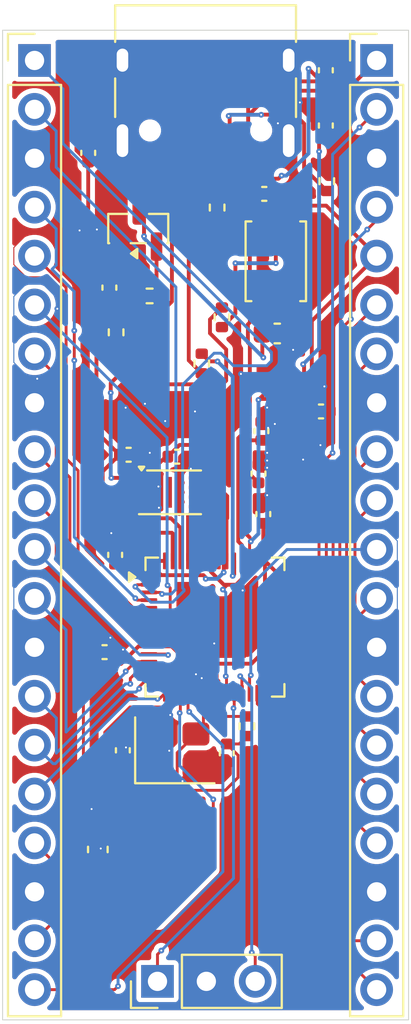
<source format=kicad_pcb>
(kicad_pcb (version 20241229) (generator "pcbnew") (generator_version "9.0")
  (layers (0 "F.Cu" signal) (2 "B.Cu" signal) (13 "F.Paste" user) (15 "B.Paste" user) (5 "F.SilkS" user "F.Silkscreen") (7 "B.SilkS" user "B.Silkscreen") (1 "F.Mask" user) (3 "B.Mask" user) (25 "Edge.Cuts" user))
  (net 0 "")
  (net 1 "GND")
  (net 2 "+1V1")
  (net 3 "+3V3")
  (net 4 "VBUS")
  (net 5 "Net-(C16-Pad2)")
  (net 6 "XIN")
  (net 7 "USB_D-")
  (net 8 "Net-(J1-CC2)")
  (net 9 "Net-(J1-CC1)")
  (net 10 "USB_D+")
  (net 11 "SWD")
  (net 12 "SWCLK")
  (net 13 "GPIO 13")
  (net 14 "GPIO 5")
  (net 15 "GPIO 11")
  (net 16 "GPIO 6")
  (net 17 "GPIO 3")
  (net 18 "GPIO 8")
  (net 19 "GPIO 0")
  (net 20 "GPIO 4")
  (net 21 "GPIO 1")
  (net 22 "GPIO 15")
  (net 23 "GPIO 7")
  (net 24 "GPIO 10")
  (net 25 "GPIO 2")
  (net 26 "GPIO 14")
  (net 27 "GPIO 12")
  (net 28 "GPIO 9")
  (net 29 "GPIO 18")
  (net 30 "GPIO 29_ADC3")
  (net 31 "GPIO 20")
  (net 32 "GPIO 21")
  (net 33 "RUN")
  (net 34 "GPIO 26_ADC0")
  (net 35 "GPIO 16")
  (net 36 "GPIO 17")
  (net 37 "GPIO 24")
  (net 38 "GPIO 19")
  (net 39 "GPIO 28_ADC2")
  (net 40 "GPIO 22")
  (net 41 "GPIO 23")
  (net 42 "GPIO 27_ADC1")
  (net 43 "Net-(U1-USB_DP)")
  (net 44 "Net-(U1-USB_DM)")
  (net 45 "QSPI_SS")
  (net 46 "Net-(R6-Pad1)")
  (net 47 "XOUT")
  (net 48 "QSPI_SD0")
  (net 49 "QSPI_SD2")
  (net 50 "QSPI_SCLK")
  (net 52 "QSPI_SD3")
  (net 53 "QSPI_SD1")
  (footprint "Resistor_SMD:R_0402_1005Metric" (layer "F.Cu") (at 157.74 60.35)
    (property "Reference" "R5" (hide yes))
    (property "Value" "10K")
  )
  (footprint "Capacitor_SMD:C_0402_1005Metric" (layer "F.Cu") (at 163.65 71.68 90)
    (property "Reference" "C6" (hide yes))
    (property "Value" "0.1 uF")
  )
  (footprint "Connector_PinHeader_2.54mm:PinHeader_1x03_P2.54mm_Vertical" (layer "F.Cu") (at 158.15 95.95 90)
    (property "Reference" "J2" (hide yes))
    (property "Value" "Conn_01x03_Pin" (hide yes))
  )
  (footprint "Capacitor_SMD:C_0402_1005Metric" (layer "F.Cu") (at 156.35 83.95 -90)
    (property "Reference" "C17" (hide yes))
    (property "Value" "33 pF" (hide yes))
  )
  (footprint "Capacitor_SMD:C_0603_1608Metric" (layer "F.Cu") (at 155.05 89.1 90)
    (property "Reference" "C14" (hide yes))
    (property "Value" "10 uF" (hide yes))
  )
  (footprint "Package_DFN_QFN:QFN-56-1EP_7x7mm_P0.4mm_EP3.2x3.2mm" (layer "F.Cu") (at 161.1375 77.55)
    (property "Reference" "U1" (hide yes))
    (property "Value" "RP2040" (hide yes))
  )
  (footprint "Resistor_SMD:R_0402_1005Metric" (layer "F.Cu") (at 161.25 55.76 90)
    (property "Reference" "R2" (hide yes))
    (property "Value" "27")
  )
  (footprint "Connector_USB:USB_C_Receptacle_HRO_TYPE-C-31-M-12" (layer "F.Cu") (at 160.65 49.155 180)
    (property "Reference" "J1" (hide yes))
    (property "Value" "USB_C_Receptacle_USB2.0_14P" (hide yes))
  )
  (footprint "Capacitor_SMD:C_0402_1005Metric" (layer "F.Cu") (at 159.17 68.7)
    (property "Reference" "C15" (hide yes))
    (property "Value" "0.1 uF")
  )
  (footprint "Resistor_SMD:R_0402_1005Metric" (layer "F.Cu") (at 156 62.24 90)
    (property "Reference" "R4" (hide yes))
    (property "Value" "5.1K")
  )
  (footprint "Capacitor_SMD:C_0402_1005Metric" (layer "F.Cu") (at 155.95 73.8 90)
    (property "Reference" "C12" (hide yes))
    (property "Value" "0.1 uF")
  )
  (footprint "Package_SON:Winbond_USON-8-1EP_3x2mm_P0.5mm_EP0.2x1.6mm" (layer "F.Cu") (at 158.8 70.55)
    (property "Reference" "U3" (hide yes))
    (property "Value" "W25Q16JVSS" (hide yes))
  )
  (footprint "Crystal:Crystal_SMD_3225-4Pin_3.2x2.5mm" (layer "F.Cu") (at 159.05 83.95)
    (property "Reference" "Y1" (hide yes))
    (property "Value" "12 MHz" (hide yes))
  )
  (footprint "Capacitor_SMD:C_0402_1005Metric" (layer "F.Cu") (at 156.65 68.6)
    (property "Reference" "C10" (hide yes))
    (property "Value" "0.1 uF")
  )
  (footprint "Capacitor_SMD:C_0402_1005Metric" (layer "F.Cu") (at 155.4 78.85)
    (property "Reference" "C7" (hide yes))
    (property "Value" "0.1 uF")
  )
  (footprint "Connector_PinHeader_2.54mm:PinHeader_1x20_P2.54mm_Vertical" (layer "F.Cu") (at 169.54 48.12)
    (property "Reference" "J6" (hide yes))
    (property "Value" "Conn_01x20_Pin" (hide yes))
  )
  (footprint "Resistor_SMD:R_0402_1005Metric" (layer "F.Cu") (at 166.95 54.39 90)
    (property "Reference" "R3" (hide yes))
    (property "Value" "5.1K")
  )
  (footprint "Connector_PinHeader_2.54mm:PinHeader_1x20_P2.54mm_Vertical" (layer "F.Cu") (at 151.76 48.12)
    (property "Reference" "J3" (hide yes))
    (property "Value" "Conn_01x20_Pin" (hide yes))
  )
  (footprint "Resistor_SMD:R_0402_1005Metric" (layer "F.Cu") (at 161.5 61.46 90)
    (property "Reference" "R6" (hide yes))
    (property "Value" "1K")
  )
  (footprint "Resistor_SMD:R_0402_1005Metric" (layer "F.Cu") (at 162.8 82.7 90)
    (property "Reference" "R7" (hide yes))
    (property "Value" "1K" (hide yes))
  )
  (footprint "Capacitor_SMD:C_0402_1005Metric" (layer "F.Cu") (at 161.75 84.1 90)
    (property "Reference" "C16" (hide yes))
    (property "Value" "33 pF" (hide yes))
  )
  (footprint "Capacitor_SMD:C_0402_1005Metric" (layer "F.Cu") (at 163.4 69.58 90)
    (property "Reference" "C1" (hide yes))
    (property "Value" "1 uF")
  )
  (footprint "Capacitor_SMD:C_0402_1005Metric" (layer "F.Cu") (at 166.65 66.35)
    (property "Reference" "C5" (hide yes))
    (property "Value" "0.1 uF")
  )
  (footprint "Capacitor_SMD:C_0402_1005Metric" (layer "F.Cu") (at 166.9 51.5 90)
    (property "Reference" "C3" (hide yes))
    (property "Value" "0.1 uF")
  )
  (footprint "Resistor_SMD:R_0402_1005Metric" (layer "F.Cu") (at 160.45 63.86 90)
    (property "Reference" "R1" (hide yes))
    (property "Value" "27")
  )
  (footprint "Capacitor_SMD:C_0603_1608Metric" (layer "F.Cu") (at 164.375 62.3)
    (property "Reference" "C13" (hide yes))
    (property "Value" "10 uF")
  )
  (footprint "Capacitor_SMD:C_0402_1005Metric" (layer "F.Cu") (at 163.7 55.05)
    (property "Reference" "C11" (hide yes))
    (property "Value" "0.1 uF")
  )
  (footprint "Capacitor_SMD:C_0402_1005Metric" (layer "F.Cu") (at 163.55 67.37 90)
    (property "Reference" "C2" (hide yes))
    (property "Value" "0.1 uF")
  )
  (footprint "Capacitor_SMD:C_0402_1005Metric" (layer "F.Cu") (at 166.9 48.63 90)
    (property "Reference" "C9" (hide yes))
    (property "Value" "0.1 uF")
  )
  (footprint "Capacitor_SMD:C_0402_1005Metric" (layer "F.Cu") (at 154.55 52.92 90)
    (property "Reference" "C8" (hide yes))
    (property "Value" "0.1 uF")
  )
  (footprint "Button_Switch_SMD:SW_Push_SPST_NO_Alps_SKRK" (layer "F.Cu") (at 164.3 58.55 90)
    (property "Reference" "SW1" (hide yes))
    (property "Value" "SW_Push")
  )
  (footprint "Package_TO_SOT_SMD:SOT-23" (layer "F.Cu") (at 157.15 56.85 90)
    (property "Reference" "U2" (hide yes))
    (property "Value" "MCP1700x-330xxTT")
  )
  (footprint "Capacitor_SMD:C_0402_1005Metric" (layer "F.Cu") (at 155.65 59.92 90)
    (property "Reference" "C4" (hide yes))
    (property "Value" "1 uF")
  )
  (gr_rect (start 150.1 46.55) (end 171.2 97.95) (stroke (width 0.05)) (fill no) (layer "Edge.Cuts"))
  (segment (start 166.62 66.86) (end 166.62 68.1) (width 0.05) (layer "F.Cu") (net 1))
  (segment (start 155.05 56.95) (end 155.3625 56.95) (width 0.05) (layer "F.Cu") (net 1))
  (segment (start 164.585516 70.574483) (end 163.959999 71.2) (width 0.05) (layer "F.Cu") (net 1))
  (segment (start 166.825 65.225) (end 167.13 65.53) (width 0.05) (layer "F.Cu") (net 1))
  (segment (start 155 56.9) (end 155.05 56.95) (width 0.05) (layer "F.Cu") (net 1))
  (segment (start 162.487335 64.400999) (end 162.487335 64.443699) (width 0.05) (layer "F.Cu") (net 1))
  (segment (start 155.7 78.1) (end 155.88 78.28) (width 0.05) (layer "F.Cu") (net 1))
  (segment (start 163.959999 71.2) (end 163.65 71.2) (width 0.05) (layer "F.Cu") (net 1))
  (segment (start 164.97 48.105) (end 167.095 48.105) (width 0.05) (layer "F.Cu") (net 1))
  (segment (start 160.1375 80.513836) (end 160.1375 80.9875) (width 0.05) (layer "F.Cu") (net 1))
  (segment (start 160.15 84.8) (end 161.53 84.8) (width 0.05) (layer "F.Cu") (net 1))
  (segment (start 164.14 66.89) (end 163.55 66.89) (width 0.05) (layer "F.Cu") (net 1))
  (segment (start 163.4 69.1) (end 163.575 69.275) (width 0.05) (layer "F.Cu") (net 1))
  (segment (start 157.95 83.1) (end 158.814823 82.235177) (width 0.05) (layer "F.Cu") (net 1))
  (segment (start 156.228328 78.85) (end 156.358643 78.719685) (width 0.05) (layer "F.Cu") (net 1))
  (segment (start 163.65 69.1) (end 163.85 68.9) (width 0.05) (layer "F.Cu") (net 1))
  (segment (start 156.35 83.638842) (end 156.511158 83.8) (width 0.05) (layer "F.Cu") (net 1))
  (segment (start 155.88 78.28) (end 155.88 78.85) (width 0.05) (layer "F.Cu") (net 1))
  (segment (start 163.4 69.1) (end 165.47 69.1) (width 0.05) (layer "F.Cu") (net 1))
  (segment (start 165.15 61.5) (end 164.3 60.65) (width 0.05) (layer "F.Cu") (net 1))
  (segment (start 151.76 65.9) (end 151.76 64.79) (width 0.05) (layer "F.Cu") (net 1))
  (segment (start 156.35 83.47) (end 156.35 83.638842) (width 0.05) (layer "F.Cu") (net 1))
  (segment (start 157.95 83.1) (end 158.762309 83.912309) (width 0.05) (layer "F.Cu") (net 1))
  (segment (start 165.15 62.3) (end 165.15 61.5) (width 0.05) (layer "F.Cu") (net 1))
  (segment (start 152.943967 61.015518) (end 152.943967 60.094273) (width 0.05) (layer "F.Cu") (net 1))
  (segment (start 155.05 87.35) (end 155.05 88.325) (width 0.05) (layer "F.Cu") (net 1))
  (segment (start 159.65 69.091561) (end 159.883439 69.325) (width 0.05) (layer "F.Cu") (net 1))
  (segment (start 150.684 58.725694) (end 150.684 57.834306) (width 0.05) (layer "F.Cu") (net 1))
  (segment (start 161.53 84.8) (end 161.75 84.58) (width 0.05) (layer "F.Cu") (net 1))
  (segment (start 151.314306 59.356) (end 150.684 58.725694) (width 0.05) (layer "F.Cu") (net 1))
  (segment (start 163.575 69.275) (end 163.85 69.275) (width 0.05) (layer "F.Cu") (net 1))
  (segment (start 163.4 69.1) (end 163.4 68.95) (width 0.05) (layer "F.Cu") (net 1))
  (segment (start 159.45 85.55) (end 159.45 85.5) (width 0.05) (layer "F.Cu") (net 1))
  (segment (start 156.494479 66.155521) (end 157.294479 66.155521) (width 0.2) (layer "F.Cu") (net 1))
  (segment (start 165.85 50.3) (end 166.57 51.02) (width 0.05) (layer "F.Cu") (net 1))
  (segment (start 163.4 69.1) (end 163.65 69.1) (width 0.05) (layer "F.Cu") (net 1))
  (segment (start 155.05 88.325) (end 155.05 88.9) (width 0.05) (layer "F.Cu") (net 1))
  (segment (start 157.840798 71.3) (end 158.2 70.940798) (width 0.2) (layer "F.Cu") (net 1))
  (segment (start 155.95 73.32) (end 155.95 72.870595) (width 0.05) (layer "F.Cu") (net 1))
  (segment (start 165.55 50.3) (end 165.85 50.3) (width 0.05) (layer "F.Cu") (net 1))
  (segment (start 164.585516 70.285516) (end 164.585516 70.574483) (width 0.05) (layer "F.Cu") (net 1))
  (segment (start 150.684 57.834306) (end 151.568306 56.95) (width 0.05) (layer "F.Cu") (net 1))
  (segment (start 167.13 65.53) (end 167.13 66.35) (width 0.05) (layer "F.Cu") (net 1))
  (segment (start 151.76 64.79) (end 151.9 64.65) (width 0.05) (layer "F.Cu") (net 1))
  (segment (start 162.575521 75.646148) (end 162.575521 76.111979) (width 0.05) (layer "F.Cu") (net 1))
  (segment (start 160.581034 66.35) (end 160.1 66.35) (width 0.05) (layer "F.Cu") (net 1))
  (segment (start 162.575521 76.111979) (end 161.1375 77.55) (width 0.05) (layer "F.Cu") (net 1))
  (segment (start 164.408403 51.723403) (end 164.408403 51.384) (width 0.05) (layer "F.Cu") (net 1))
  (segment (start 155.88 78.85) (end 156.228328 78.85) (width 0.05) (layer "F.Cu") (net 1))
  (segment (start 161.1 77.5875) (end 161.1 78.4) (width 0.05) (layer "F.Cu") (net 1))
  (segment (start 163.85 71) (end 163.65 71.2) (width 0.05) (layer "F.Cu") (net 1))
  (segment (start 154.725 87.025) (end 155.05 87.35) (width 0.05) (layer "F.Cu") (net 1))
  (segment (start 166.57 51.02) (end 166.9 51.02) (width 0.05) (layer "F.Cu") (net 1))
  (segment (start 161.1375 77.55) (end 161.1 77.5875) (width 0.05) (layer "F.Cu") (net 1))
  (segment (start 163.4 69.1) (end 164.585516 70.285516) (width 0.05) (layer "F.Cu") (net 1))
  (segment (start 157.375 71.3) (end 157.840798 71.3) (width 0.2) (layer "F.Cu") (net 1))
  (segment (start 157.294479 66.155521) (end 157.5 65.95) (width 0.2) (layer "F.Cu") (net 1))
  (segment (start 166.825 65.05) (end 166.825 65.225) (width 0.05) (layer "F.Cu") (net 1))
  (segment (start 163.4 68.95) (end 163.85 68.5) (width 0.05) (layer "F.Cu") (net 1))
  (segment (start 157.23 68.5) (end 157.13 68.6) (width 0.2) (layer "F.Cu") (net 1))
  (segment (start 158.2 71.325) (end 158.2 70.25) (width 0.05) (layer "F.Cu") (net 1))
  (segment (start 159.45 85.5) (end 160.15 84.8) (width 0.05) (layer "F.Cu") (net 1))
  (segment (start 151.568306 56.95) (end 154.1 56.95) (width 0.05) (layer "F.Cu") (net 1))
  (segment (start 160.1 66.35) (end 159.6 66.85) (width 0.05) (layer "F.Cu") (net 1))
  (segment (start 157.75 68.5) (end 157.23 68.5) (width 0.2) (layer "F.Cu") (net 1))
  (segment (start 160.15 80) (end 160.1375 80.0125) (width 0.05) (layer "F.Cu") (net 1))
  (segment (start 163.55 66.89) (end 163.59 66.89) (width 0.05) (layer "F.Cu") (net 1))
  (segment (start 158.225 71.35) (end 158.2 71.325) (width 0.05) (layer "F.Cu") (net 1))
  (segment (start 163.55 66.45) (end 163.85 66.15) (width 0.05) (layer "F.Cu") (net 1))
  (segment (start 158.814823 82.235177) (end 158.814823 82.116165) (width 0.05) (layer "F.Cu") (net 1))
  (segment (start 157.95 71.3) (end 157.375 71.3) (width 0.2) (layer "F.Cu") (net 1))
  (segment (start 167.095 48.105) (end 167.35 47.85) (width 0.05) (layer "F.Cu") (net 1))
  (segment (start 159.65 68.7) (end 159.65 69.091561) (width 0.05) (layer "F.Cu") (net 1))
  (segment (start 160.1375 80.0125) (end 160.1375 80.9875) (width 0.05) (layer "F.Cu") (net 1))
  (segment (start 167.13 66.35) (end 166.62 66.86) (width 0.05) (layer "F.Cu") (net 1))
  (segment (start 159.6 66.85) (end 158.55 66.85) (width 0.05) (layer "F.Cu") (net 1))
  (segment (start 165.15 62.95) (end 165.15 62.3) (width 0.05) (layer "F.Cu") (net 1))
  (segment (start 165.47 69.1) (end 165.72 68.85) (width 0.05) (layer "F.Cu") (net 1))
  (segment (start 165.2 63.15) (end 165.2 63) (width 0.05) (layer "F.Cu") (net 1))
  (segment (start 165.2 63) (end 165.15 62.95) (width 0.05) (layer "F.Cu") (net 1))
  (segment (start 160.449799 80.201537) (end 160.1375 80.513836) (width 0.05) (layer "F.Cu") (net 1))
  (segment (start 158.2 70.940798) (end 158.2 70.25) (width 0.2) (layer "F.Cu") (net 1))
  (segment (start 154.725 87) (end 154.725 87.025) (width 0.05) (layer "F.Cu") (net 1))
  (segment (start 155.05 88.9) (end 155.2 89.05) (width 0.05) (layer "F.Cu") (net 1))
  (segment (start 163.85 70.7) (end 163.85 71) (width 0.05) (layer "F.Cu") (net 1))
  (segment (start 152.205694 59.356) (end 151.314306 59.356) (width 0.05) (layer "F.Cu") (net 1))
  (segment (start 152.943967 60.094273) (end 152.205694 59.356) (width 0.05) (layer "F.Cu") (net 1))
  (segment (start 163.55 66.89) (end 163.55 66.45) (width 0.05) (layer "F.Cu") (net 1))
  (segment (start 162.487335 64.443699) (end 160.581034 66.35) (width 0.05) (layer "F.Cu") (net 1))
  (segment (start 164.97 52.285) (end 164.408403 51.723403) (width 0.05) (layer "F.Cu") (net 1))
  (segment (start 164.25 67) (end 164.14 66.89) (width 0.05) (layer "F.Cu") (net 1))
  (segment (start 158.762309 83.912309) (end 158.762309 83.970474) (width 0.05) (layer "F.Cu") (net 1))
  (segment (start 163.59 66.89) (end 163.9 67.2) (width 0.05) (layer "F.Cu") (net 1))
  (segment (start 155.3625 56.95) (end 156.2 57.7875) (width 0.05) (layer "F.Cu") (net 1))
  (segment (start 155.95 72.870595) (end 155.75 72.670595) (width 0.05) (layer "F.Cu") (net 1))
  (via micro (at 156.511158 83.8) (size 0.3) (drill 0.1) (layers "F.Cu" "B.Cu") (net 1))
  (via micro (at 155.75 72.670595) (size 0.3) (drill 0.1) (layers "F.Cu" "B.Cu") (net 1))
  (via micro (at 163.85 68.9) (size 0.3) (drill 0.1) (layers "F.Cu" "B.Cu") (net 1))
  (via micro (at 160.1 66.35) (size 0.3) (drill 0.1) (layers "F.Cu" "B.Cu") (net 1))
  (via micro (at 165.72 68.85) (size 0.3) (drill 0.1) (layers "F.Cu" "B.Cu") (net 1))
  (via micro (at 163.85 69.275) (size 0.3) (drill 0.1) (layers "F.Cu" "B.Cu") (net 1))
  (via micro (at 165.55 50.3) (size 0.3) (drill 0.1) (layers "F.Cu" "B.Cu") (net 1))
  (via micro (at 166.62 68.1) (size 0.3) (drill 0.1) (layers "F.Cu" "B.Cu") (net 1))
  (via micro (at 164.25 67) (size 0.3) (drill 0.1) (layers "F.Cu" "B.Cu") (net 1))
  (via micro (at 154.1 56.95) (size 0.3) (drill 0.1) (layers "F.Cu" "B.Cu") (net 1))
  (via micro (at 163.85 68.5) (size 0.3) (drill 0.1) (layers "F.Cu" "B.Cu") (net 1))
  (via micro (at 156.494479 66.155521) (size 0.3) (drill 0.1) (layers "F.Cu" "B.Cu") (net 1))
  (via micro (at 157.75 68.5) (size 0.3) (drill 0.1) (layers "F.Cu" "B.Cu") (net 1))
  (via micro (at 162.575521 75.646148) (size 0.3) (drill 0.1) (layers "F.Cu" "B.Cu") (net 1))
  (via micro (at 158.55 66.85) (size 0.3) (drill 0.1) (layers "F.Cu" "B.Cu") (net 1))
  (via micro (at 157.5 65.95) (size 0.3) (drill 0.1) (layers "F.Cu" "B.Cu") (net 1))
  (via micro (at 155.7 78.1) (size 0.3) (drill 0.1) (layers "F.Cu" "B.Cu") (net 1))
  (via micro (at 164.408403 51.384) (size 0.3) (drill 0.1) (layers "F.Cu" "B.Cu") (net 1))
  (via micro (at 155.2 89.05) (size 0.3) (drill 0.1) (layers "F.Cu" "B.Cu") (net 1))
  (via micro (at 158.2 70.25) (size 0.3) (drill 0.1) (layers "F.Cu" "B.Cu") (net 1))
  (via micro (at 160.449799 80.201537) (size 0.3) (drill 0.1) (layers "F.Cu" "B.Cu") (net 1))
  (via micro (at 162.575521 75.646148) (size 0.3) (drill 0.1) (layers "F.Cu" "B.Cu") (net 1))
  (via micro (at 152.943967 61.015518) (size 0.3) (drill 0.1) (layers "F.Cu" "B.Cu") (net 1))
  (via micro (at 158.762309 83.970474) (size 0.3) (drill 0.1) (layers "F.Cu" "B.Cu") (net 1))
  (via micro (at 166.825 65.05) (size 0.3) (drill 0.1) (layers "F.Cu" "B.Cu") (net 1))
  (via micro (at 161.1 78.4) (size 0.3) (drill 0.1) (layers "F.Cu" "B.Cu") (net 1))
  (via micro (at 156.358643 78.719685) (size 0.3) (drill 0.1) (layers "F.Cu" "B.Cu") (net 1))
  (via micro (at 155 56.9) (size 0.3) (drill 0.1) (layers "F.Cu" "B.Cu") (net 1))
  (via micro (at 163.9 67.2) (size 0.3) (drill 0.1) (layers "F.Cu" "B.Cu") (net 1))
  (via micro (at 160.15 80) (size 0.3) (drill 0.1) (layers "F.Cu" "B.Cu") (net 1))
  (via micro (at 154.725 87) (size 0.3) (drill 0.1) (layers "F.Cu" "B.Cu") (net 1))
  (via micro (at 165.2 63.15) (size 0.3) (drill 0.1) (layers "F.Cu" "B.Cu") (net 1))
  (via micro (at 159.45 85.55) (size 0.3) (drill 0.1) (layers "F.Cu" "B.Cu") (net 1))
  (via micro (at 163.85 66.15) (size 0.3) (drill 0.1) (layers "F.Cu" "B.Cu") (net 1))
  (via micro (at 151.9 64.65) (size 0.3) (drill 0.1) (layers "F.Cu" "B.Cu") (net 1))
  (via micro (at 158.814823 82.116165) (size 0.3) (drill 0.1) (layers "F.Cu" "B.Cu") (net 1))
  (via micro (at 159.883439 69.325) (size 0.3) (drill 0.1) (layers "F.Cu" "B.Cu") (net 1))
  (via micro (at 162.487335 64.400999) (size 0.3) (drill 0.1) (layers "F.Cu" "B.Cu") (net 1))
  (via micro (at 158.225 71.35) (size 0.3) (drill 0.1) (layers "F.Cu" "B.Cu") (net 1))
  (via micro (at 163.85 70.7) (size 0.3) (drill 0.1) (layers "F.Cu" "B.Cu") (net 1))
  (segment (start 166.825 68.606745) (end 166.825 65.05) (width 0.05) (layer "B.Cu") (net 1))
  (segment (start 155.2 89.05) (end 158.7 85.55) (width 0.05) (layer "B.Cu") (net 1))
  (segment (start 158.762309 84.862309) (end 159.45 85.55) (width 0.05) (layer "B.Cu") (net 1))
  (segment (start 154.1 56.95) (end 154.95 56.95) (width 0.05) (layer "B.Cu") (net 1))
  (segment (start 150.684 63.805694) (end 150.684 60.374306) (width 0.05) (layer "B.Cu") (net 1))
  (segment (start 163.85 68.9) (end 163.85 68.15) (width 0.05) (layer "B.Cu") (net 1))
  (segment (start 154.725 88.335) (end 154.725 87) (width 0.05) (layer "B.Cu") (net 1))
  (segment (start 150.684 60.374306) (end 151.314306 59.744) (width 0.05) (layer "B.Cu") (net 1))
  (segment (start 162.582744 64.400999) (end 162.487335 64.400999) (width 0.05) (layer "B.Cu") (net 1))
  (segment (start 165.530322 72.444) (end 162.575521 75.398801) (width 0.05) (layer "B.Cu") (net 1))
  (segment (start 158.65 66.75) (end 158.65 66.2) (width 0.05) (layer "B.Cu") (net 1))
  (segment (start 158.814823 82.116165) (end 158.814823 81.836513) (width 0.05) (layer "B.Cu") (net 1))
  (segment (start 162.575521 75.398801) (end 162.575521 75.646148) (width 0.05) (layer "B.Cu") (net 1))
  (segment (start 165.492403 50.3) (end 165.55 50.3) (width 0.05) (layer "B.Cu") (net 1))
  (segment (start 152.75 92.29) (end 151.76 91.3) (width 0.05) (layer "B.Cu") (net 1))
  (segment (start 158.4 65.95) (end 158.65 66.2) (width 0.2) (layer "B.Cu") (net 1))
  (segment (start 151.9 64.65) (end 151.528306 64.65) (width 0.05) (layer "B.Cu") (net 1))
  (segment (start 166.62 68.1) (end 165.8 68.1) (width 0.05) (layer "B.Cu") (net 1))
  (segment (start 157.75 69.8) (end 157.75 68.5) (width 0.2) (layer "B.Cu") (net 1))
  (segment (start 159.59 97.05) (end 156.418255 97.05) (width 0.05) (layer "B.Cu") (net 1))
  (segment (start 167.405745 68.876) (end 167.094255 68.876) (width 0.05) (layer "B.Cu") (net 1))
  (segment (start 159.883439 69.325) (end 160.1 69.108439) (width 0.05) (layer "B.Cu") (net 1))
  (segment (start 163.85 67.25) (end 163.85 68.5) (width 0.05) (layer "B.Cu") (net 1))
  (segment (start 163.85 69.275) (end 163.85 65.668255) (width 0.05) (layer "B.Cu") (net 1))
  (segment (start 156.511158 83.8) (end 156.681632 83.970474) (width 0.05) (layer "B.Cu") (net 1))
  (segment (start 161.1 79.05) (end 160.15 80) (width 0.05) (layer "B.Cu") (net 1))
  (segment (start 165.2 63.911745) (end 165.2 63.15) (width 0.05) (layer "B.Cu") (net 1))
  (segment (start 152.196 74.596) (end 155.7 78.1) (width 0.05) (layer "B.Cu") (net 1))
  (segment (start 169.985694 72.444) (end 165.530322 72.444) (width 0.05) (layer "B.Cu") (net 1))
  (segment (start 163.85 66.15) (end 163.85 74.075) (width 0.05) (layer "B.Cu") (net 1))
  (segment (start 154.95 56.95) (end 155 56.9) (width 0.05) (layer "B.Cu") (net 1))
  (segment (start 151.76 78.6) (end 150.684 77.524) (width 0.05) (layer "B.Cu") (net 1))
  (segment (start 158.814823 81.836513) (end 160.449799 80.201537) (width 0.05) (layer "B.Cu") (net 1))
  (segment (start 165.8 68.77) (end 165.8 68.1) (width 0.05) (layer "B.Cu") (net 1))
  (segment (start 169.54 65.9) (end 169.54 66.741745) (width 0.05) (layer "B.Cu") (net 1))
  (segment (start 157.75 68.5) (end 156.6 67.35) (width 0.2) (layer "B.Cu") (net 1))
  (segment (start 152.943967 60.482273) (end 152.943967 61.015518) (width 0.05) (layer "B.Cu") (net 1))
  (segment (start 152.75 93.381745) (end 152.75 92.29) (width 0.05) (layer "B.Cu") (net 1))
  (segment (start 156.6 67.35) (end 156.6 66.25) (width 0.2) (layer "B.Cu") (net 1))
  (segment (start 165.72 68.85) (end 165.8 68.77) (width 0.05) (layer "B.Cu") (net 1))
  (segment (start 156.681632 83.970474) (end 158.762309 83.970474) (width 0.05) (layer "B.Cu") (net 1))
  (segment (start 155.75 72.670595) (end 156.904405 72.670595) (width 0.05) (layer "B.Cu") (net 1))
  (segment (start 158.55 66.85) (end 158.65 66.75) (width 0.05) (layer "B.Cu") (net 1))
  (segment (start 163.85 74.075) (end 162.575521 75.349479) (width 0.05) (layer "B.Cu") (net 1))
  (segment (start 158.7 85.55) (end 159.45 85.55) (width 0.05) (layer "B.Cu") (net 1))
  (segment (start 162.575521 75.349479) (end 162.575521 75.646148) (width 0.05) (layer "B.Cu") (net 1))
  (segment (start 156.6 66.25) (end 156.588958 66.25) (width 0.2) (layer "B.Cu") (net 1))
  (segment (start 163.85 68.5) (end 163.85 70.7) (width 0.05) (layer "B.Cu") (net 1))
  (segment (start 160.69 95.95) (end 159.59 97.05) (width 0.05) (layer "B.Cu") (net 1))
  (segment (start 167.094255 68.876) (end 166.825 68.606745) (width 0.05) (layer "B.Cu") (net 1))
  (segment (start 157.5 65.95) (end 158.4 65.95) (width 0.2) (layer "B.Cu") (net 1))
  (segment (start 169.54 78.6) (end 170.616 77.524) (width 0.05) (layer "B.Cu") (net 1))
  (segment (start 151.314306 74.596) (end 152.196 74.596) (width 0.05) (layer "B.Cu") (net 1))
  (segment (start 166.825 65.05) (end 166.338255 65.05) (width 0.05) (layer "B.Cu") (net 1))
  (segment (start 151.76 91.3) (end 154.725 88.335) (width 0.05) (layer "B.Cu") (net 1))
  (segment (start 165.8 68.1) (end 165.35 68.1) (width 0.05) (layer "B.Cu") (net 1))
  (segment (start 156.904405 72.670595) (end 158.225 71.35) (width 0.05) (layer "B.Cu") (net 1))
  (segment (start 157.638958 80) (end 160.15 80) (width 0.05) (layer "B.Cu") (net 1))
  (segment (start 156.588958 66.25) (end 156.494479 66.155521) (width 0.2) (layer "B.Cu") (net 1))
  (segment (start 163.85 65.668255) (end 162.582744 64.400999) (width 0.05) (layer "B.Cu") (net 1))
  (segment (start 150.684 75.226306) (end 151.314306 74.596) (width 0.05) (layer "B.Cu") (net 1))
  (segment (start 156.358643 78.719685) (end 157.638958 80) (width 0.05) (layer "B.Cu") (net 1))
  (segment (start 158.762309 83.970474) (end 158.762309 84.862309) (width 0.05) (layer "B.Cu") (net 1))
  (segment (start 161.1 78.4) (end 161.1 79.05) (width 0.05) (layer "B.Cu") (net 1))
  (segment (start 163.85 68.15) (end 164.625 67.375) (width 0.05) (layer "B.Cu") (net 1))
  (segment (start 150.684 77.524) (end 150.684 75.226306) (width 0.05) (layer "B.Cu") (net 1))
  (segment (start 164.408403 51.384) (end 165.492403 50.3) (width 0.05) (layer "B.Cu") (net 1))
  (segment (start 164.625 67.375) (end 164.25 67) (width 0.05) (layer "B.Cu") (net 1))
  (segment (start 165.35 68.1) (end 164.625 67.375) (width 0.05) (layer "B.Cu") (net 1))
  (segment (start 163.9 67.2) (end 163.85 67.25) (width 0.05) (layer "B.Cu") (net 1))
  (segment (start 151.528306 64.65) (end 150.684 63.805694) (width 0.05) (layer "B.Cu") (net 1))
  (segment (start 152.205694 59.744) (end 152.943967 60.482273) (width 0.05) (layer "B.Cu") (net 1))
  (segment (start 158.2 70.25) (end 157.75 69.8) (width 0.2) (layer "B.Cu") (net 1))
  (segment (start 151.314306 59.744) (end 152.205694 59.744) (width 0.05) (layer "B.Cu") (net 1))
  (segment (start 166.338255 65.05) (end 165.2 63.911745) (width 0.05) (layer "B.Cu") (net 1))
  (segment (start 170.616 77.524) (end 170.616 73.074306) (width 0.05) (layer "B.Cu") (net 1))
  (segment (start 170.616 73.074306) (end 169.985694 72.444) (width 0.05) (layer "B.Cu") (net 1))
  (segment (start 160.1 69.108439) (end 160.1 66.35) (width 0.05) (layer "B.Cu") (net 1))
  (segment (start 156.418255 97.05) (end 152.75 93.381745) (width 0.05) (layer "B.Cu") (net 1))
  (segment (start 169.54 66.741745) (end 167.405745 68.876) (width 0.05) (layer "B.Cu") (net 1))
  (segment (start 160.9375 74.1125) (end 160.9375 74.6875) (width 0.2) (layer "F.Cu") (net 2))
  (segment (start 162.235274 75.35) (end 162.9375 74.647774) (width 0.2) (layer "F.Cu") (net 2))
  (segment (start 165.769 63.949) (end 165.72 63.9) (width 0.2) (layer "F.Cu") (net 2))
  (segment (start 163 73.1) (end 162.9375 73.1625) (width 0.15) (layer "F.Cu") (net 2))
  (segment (start 165.65 64.631) (end 165.769 64.512) (width 0.2) (layer "F.Cu") (net 2))
  (segment (start 162.75 72.7) (end 162.9395 72.8895) (width 0.2) (layer "F.Cu") (net 2))
  (segment (start 161.799998 75.35) (end 162.235274 75.35) (width 0.2) (layer "F.Cu") (net 2))
  (segment (start 162.9375 74.1125) (end 162.9375 74.647774) (width 0.2) (layer "F.Cu") (net 2))
  (segment (start 165.769 64.512) (end 165.769 64.1) (width 0.2) (layer "F.Cu") (net 2))
  (segment (start 161.7375 80.9875) (end 161.7375 80.1375) (width 0.15) (layer "F.Cu") (net 2))
  (segment (start 166.55 52.85) (end 166.55 52.33) (width 0.2) (layer "F.Cu") (net 2))
  (segment (start 162.9375 73.1625) (end 162.9375 74.1125) (width 0.15) (layer "F.Cu") (net 2))
  (segment (start 162.75 67.9) (end 162.75 69.41) (width 0.2) (layer "F.Cu") (net 2))
  (segment (start 162.9375 74.647774) (end 162.9385 74.646774) (width 0.2) (layer "F.Cu") (net 2))
  (segment (start 162.75 69.41) (end 163.4 70.06) (width 0.2) (layer "F.Cu") (net 2))
  (segment (start 162.95 67.85) (end 163.55 67.85) (width 0.2) (layer "F.Cu") (net 2))
  (segment (start 160.9375 74.6875) (end 161.6 75.35) (width 0.2) (layer "F.Cu") (net 2))
  (segment (start 162.75 67.9) (end 162.75 72.7) (width 0.2) (layer "F.Cu") (net 2))
  (segment (start 163.45 65.7) (end 163.4 65.75) (width 0.2) (layer "F.Cu") (net 2))
  (segment (start 165.15 67.85) (end 165.15 65.7) (width 0.2) (layer "F.Cu") (net 2))
  (segment (start 161.7 80.1) (end 161.75 80.05) (width 0.15) (layer "F.Cu") (net 2))
  (segment (start 161.55 75.599998) (end 161.799998 75.35) (width 0.15) (layer "F.Cu") (net 2))
  (segment (start 164.519 64.631) (end 165.65 64.631) (width 0.2) (layer "F.Cu") (net 2))
  (segment (start 162.75 67.9) (end 162.9 67.9) (width 0.2) (layer "F.Cu") (net 2))
  (segment (start 162.9 67.9) (end 162.95 67.85) (width 0.2) (layer "F.Cu") (net 2))
  (segment (start 163.55 67.85) (end 165.15 67.85) (width 0.2) (layer "F.Cu") (net 2))
  (segment (start 166.55 52.33) (end 166.9 51.98) (width 0.2) (layer "F.Cu") (net 2))
  (segment (start 165.769 64.1) (end 165.769 63.949) (width 0.2) (layer "F.Cu") (net 2))
  (segment (start 163.4 65.75) (end 164.519 64.631) (width 0.2) (layer "F.Cu") (net 2))
  (segment (start 161.6 75.35) (end 161.799998 75.35) (width 0.2) (layer "F.Cu") (net 2))
  (segment (start 161.7375 80.1375) (end 161.7 80.1) (width 0.15) (layer "F.Cu") (net 2))
  (segment (start 165.15 65.7) (end 163.45 65.7) (width 0.2) (layer "F.Cu") (net 2))
  (via micro (at 163 73.1) (size 0.3) (drill 0.1) (layers "F.Cu" "B.Cu") (net 2))
  (via micro (at 163.4 65.75) (size 0.3) (drill 0.1) (layers "F.Cu" "B.Cu") (net 2))
  (via micro (at 161.55 75.599998) (size 0.3) (drill 0.1) (layers "F.Cu" "B.Cu") (net 2))
  (via micro (at 166.55 52.85) (size 0.3) (drill 0.1) (layers "F.Cu" "B.Cu") (net 2))
  (via micro (at 165.72 63.9) (size 0.3) (drill 0.1) (layers "F.Cu" "B.Cu") (net 2))
  (via micro (at 161.7 80.1) (size 0.3) (drill 0.1) (layers "F.Cu" "B.Cu") (net 2))
  (segment (start 165.72 63.9) (end 166.55 63.07) (width 0.2) (layer "B.Cu") (net 2))
  (segment (start 163.4 72.7) (end 163 73.1) (width 0.2) (layer "B.Cu") (net 2))
  (segment (start 161.7 80.1) (end 161.7 75.749998) (width 0.15) (layer "B.Cu") (net 2))
  (segment (start 163.4 65.75) (end 163.4 72.7) (width 0.2) (layer "B.Cu") (net 2))
  (segment (start 166.55 63.07) (end 166.55 52.85) (width 0.2) (layer "B.Cu") (net 2))
  (segment (start 161.7 75.749998) (end 161.55 75.599998) (width 0.15) (layer "B.Cu") (net 2))
  (segment (start 163.8375 78.55) (end 163.7375 78.45) (width 0.05) (layer "F.Cu") (net 3))
  (segment (start 159.97655 68.089) (end 160.35 68.46245) (width 0.2) (layer "F.Cu") (net 3))
  (segment (start 166.921 55.661) (end 169.54 58.28) (width 0.2) (layer "F.Cu") (net 3))
  (segment (start 157.7 74.6) (end 157.2 74.6) (width 0.2) (layer "F.Cu") (net 3))
  (segment (start 158.1365 74.5135) (end 158.1365 74.646774) (width 0.2) (layer "F.Cu") (net 3))
  (segment (start 154.55 59.3) (end 155.65 60.4) (width 0.2) (layer "F.Cu") (net 3))
  (segment (start 163.65 72.16) (end 163.65 74.025) (width 0.2) (layer "F.Cu") (net 3))
  (segment (start 161.3375 80.9875) (end 161.3375 80.339955) (width 0.15) (layer "F.Cu") (net 3))
  (segment (start 159.301 68.089) (end 159.97655 68.089) (width 0.2) (layer "F.Cu") (net 3))
  (segment (start 156.253726 79.461) (end 157.164726 78.55) (width 0.2) (layer "F.Cu") (net 3))
  (segment (start 160.35 68.46245) (end 160.35 69.675) (width 0.2) (layer "F.Cu") (net 3))
  (segment (start 158.887811 78.55) (end 157.7 78.55) (width 0.2) (layer "F.Cu") (net 3))
  (segment (start 160.5365 74.8536) (end 160.69145 75.00855) (width 0.2) (layer "F.Cu") (net 3))
  (segment (start 159.2365 79.451) (end 159.2365 78.898689) (width 0.2) (layer "F.Cu") (net 3))
  (segment (start 154.55 53.4) (end 154.55 59.3) (width 0.2) (layer "F.Cu") (net 3))
  (segment (start 158.69 68.7) (end 158.5809 68.7) (width 0.2) (layer "F.Cu") (net 3))
  (segment (start 160.35 69.675) (end 160.225 69.8) (width 0.2) (layer "F.Cu") (net 3))
  (segment (start 158.6339 74.8536) (end 160.5365 74.8536) (width 0.2) (layer "F.Cu") (net 3))
  (segment (start 163.65 74.025) (end 163.7375 74.1125) (width 0.2) (layer "F.Cu") (net 3))
  (segment (start 157.164726 78.55) (end 157.7 78.55) (width 0.2) (layer "F.Cu") (net 3))
  (segment (start 163.22 55.05) (end 163.831 55.661) (width 0.2) (layer "F.Cu") (net 3))
  (segment (start 157.7 74.95) (end 157.7 74.6) (width 0.2) (layer "F.Cu") (net 3))
  (segment (start 166.804 49.206) (end 156.84645 49.206) (width 0.2) (layer "F.Cu") (net 3))
  (segment (start 155.531 79.461) (end 156.253726 79.461) (width 0.2) (layer "F.Cu") (net 3))
  (segment (start 158.1365 74.646774) (end 158.340726 74.851) (width 0.2) (layer "F.Cu") (net 3))
  (segment (start 161.7375 71.9296) (end 161.778 71.8891) (width 0.2) (layer "F.Cu") (net 3))
  (segment (start 158.1 57.7875) (end 158.1 59.48) (width 0.2) (layer "F.Cu") (net 3))
  (segment (start 166.17 61.65) (end 169.54 58.28) (width 0.2) (layer "F.Cu") (net 3))
  (segment (start 159.2365 78.898689) (end 158.887811 78.55) (width 0.2) (layer "F.Cu") (net 3))
  (segment (start 164.575 78.55) (end 163.8375 78.55) (width 0.05) (layer "F.Cu") (net 3))
  (segment (start 156.88 74.28) (end 155.95 74.28) (width 0.2) (layer "F.Cu") (net 3))
  (segment (start 161.25 79.451) (end 163.0385 79.451) (width 0.2) (layer "F.Cu") (net 3))
  (segment (start 154.978 67.408) (end 156.17 68.6) (width 0.2) (layer "F.Cu") (net 3))
  (segment (start 154.3 89.125) (end 154.3 79.47) (width 0.15) (layer "F.Cu") (net 3))
  (segment (start 155.87256 60.35) (end 154.978 61.24456) (width 0.2) (layer "F.Cu") (net 3))
  (segment (start 164.6 54.1) (end 164.439 54.261) (width 0.2) (layer "F.Cu") (net 3))
  (segment (start 164.009 54.261) (end 163.22 55.05) (width 0.2) (layer "F.Cu") (net 3))
  (segment (start 158.340726 74.851) (end 158.6313 74.851) (width 0.2) (layer "F.Cu") (net 3))
  (segment (start 155.65 60.4) (end 157.18 60.4) (width 0.2) (layer "F.Cu") (net 3))
  (segment (start 155.95 74.28) (end 155.3 73.63) (width 0.2) (layer "F.Cu") (net 3))
  (segment (start 157.23 60.35) (end 155.87256 60.35) (width 0.2) (layer "F.Cu") (net 3))
  (segment (start 166.17 69.64) (end 166.17 66.35) (width 0.2) (layer "F.Cu") (net 3))
  (segment (start 161.3375 80.339955) (end 161.25 80.252455) (width 0.15) (layer "F.Cu") (net 3))
  (segment (start 158.1 59.48) (end 157.23 60.35) (width 0.2) (layer "F.Cu") (net 3))
  (segment (start 161.593582 74.256418) (end 161.7375 74.1125) (width 0.2) (layer "F.Cu") (net 3))
  (segment (start 163.831 55.661) (end 166.921 55.661) (width 0.2) (layer "F.Cu") (net 3))
  (segment (start 158.69 68.7) (end 159.301 68.089) (width 0.2) (layer "F.Cu") (net 3))
  (segment (start 161.778 70.753002) (end 161.778 71.8891) (width 0.2) (layer "F.Cu") (net 3))
  (segment (start 161.25 80.252455) (end 161.25 79.451) (width 0.15) (layer "F.Cu") (net 3))
  (segment (start 160.69145 75.00855) (end 160.656801 75.043199) (width 0.2) (layer "F.Cu") (net 3))
  (segment (start 166.56 49.11) (end 166 48.55) (width 0.2) (layer "F.Cu") (net 3))
  (segment (start 158.0699 69.211) (end 156.781 69.211) (width 0.2) (layer "F.Cu") (net 3))
  (segment (start 154.92 78.85) (end 155.531 79.461) (width 0.2) (layer "F.Cu") (net 3))
  (segment (start 163.65 72.16) (end 166.17 69.64) (width 0.2) (layer "F.Cu") (net 3))
  (segment (start 154.978 61.24456) (end 154.978 67.408) (width 0.2) (layer "F.Cu") (net 3))
  (segment (start 158.6313 74.851) (end 158.6339 74.8536) (width 0.2) (layer "F.Cu") (net 3))
  (segment (start 166.17 66.35) (end 166.17 61.65) (width 0.2) (layer "F.Cu") (net 3))
  (segment (start 153.939 52.789) (end 154.55 53.4) (width 0.2) (layer "F.Cu") (net 3))
  (segment (start 155.05 89.875) (end 154.3 89.125) (width 0.15) (layer "F.Cu") (net 3))
  (segment (start 161.7375 74.1125) (end 161.7375 71.9296) (width 0.2) (layer "F.Cu") (net 3))
  (segment (start 158.5809 68.7) (end 158.0699 69.211) (width 0.2) (layer "F.Cu") (net 3))
  (segment (start 154.3 79.47) (end 154.92 78.85) (width 0.15) (layer "F.Cu") (net 3))
  (segment (start 155.3 73.63) (end 155.3 69.47) (width 0.2) (layer "F.Cu") (net 3))
  (segment (start 153.939 52.11345) (end 153.939 52.789) (width 0.2) (layer "F.Cu") (net 3))
  (segment (start 157.2 74.6) (end 156.88 74.28) (width 0.2) (layer "F.Cu") (net 3))
  (segment (start 163.7375 78.752) (end 163.7375 78.45) (width 0.2) (layer "F.Cu") (net 3))
  (segment (start 163.7375 78.45) (end 163.7375 74.1125) (width 0.2) (layer "F.Cu") (net 3))
  (segment (start 164.439 54.261) (end 164.009 54.261) (width 0.2) (layer "F.Cu") (net 3))
  (segment (start 156.84645 49.206) (end 153.939 52.11345) (width 0.2) (layer "F.Cu") (net 3))
  (segment (start 161.3375 74.1125) (end 161.7375 74.1125) (width 0.2) (layer "F.Cu") (net 3))
  (segment (start 159.2365 79.451) (end 161.25 79.451) (width 0.2) (layer "F.Cu") (net 3))
  (segment (start 163.3375 74.1125) (end 163.7375 74.1125) (width 0.15) (layer "F.Cu") (net 3))
  (segment (start 166.9 49.11) (end 166.804 49.206) (width 0.2) (layer "F.Cu") (net 3))
  (segment (start 161.593582 74.707187) (end 161.593582 74.256418) (width 0.2) (layer "F.Cu") (net 3))
  (segment (start 157.18 60.4) (end 157.23 60.35) (width 0.2) (layer "F.Cu") (net 3))
  (segment (start 164.575 74.95) (end 163.7375 74.1125) (width 0.2) (layer "F.Cu") (net 3))
  (segment (start 160.824998 69.8) (end 161.778 70.753002) (width 0.2) (layer "F.Cu") (net 3))
  (segment (start 155.3 69.47) (end 156.17 68.6) (width 0.2) (layer "F.Cu") (net 3))
  (segment (start 163.0385 79.451) (end 163.7375 78.752) (width 0.2) (layer "F.Cu") (net 3))
  (segment (start 157.7 74.95) (end 158.1365 74.5135) (width 0.2) (layer "F.Cu") (net 3))
  (segment (start 160.225 69.8) (end 160.824998 69.8) (width 0.2) (layer "F.Cu") (net 3))
  (segment (start 156.781 69.211) (end 156.17 68.6) (width 0.2) (layer "F.Cu") (net 3))
  (segment (start 166.9 49.11) (end 166.56 49.11) (width 0.2) (layer "F.Cu") (net 3))
  (via micro (at 164.6 54.1) (size 0.3) (drill 0.1) (layers "F.Cu" "B.Cu") (net 3))
  (via micro (at 160.656801 75.043199) (size 0.3) (drill 0.1) (layers "F.Cu" "B.Cu") (net 3))
  (via micro (at 161.593582 74.707187) (size 0.3) (drill 0.1) (layers "F.Cu" "B.Cu") (net 3))
  (via micro (at 166 48.55) (size 0.3) (drill 0.1) (layers "F.Cu" "B.Cu") (net 3))
  (segment (start 161.25757 75.043199) (end 161.593582 74.707187) (width 0.2) (layer "B.Cu") (net 3))
  (segment (start 164.85 54.1) (end 164.6 54.1) (width 0.2) (layer "B.Cu") (net 3))
  (segment (start 166 48.55) (end 166 52.95) (width 0.2) (layer "B.Cu") (net 3))
  (segment (start 160.656801 75.043199) (end 161.25757 75.043199) (width 0.2) (layer "B.Cu") (net 3))
  (segment (start 166 52.95) (end 164.85 54.1) (width 0.2) (layer "B.Cu") (net 3))
  (segment (start 159.7839 49.949) (end 162.4661 49.949) (width 0.2) (layer "F.Cu") (net 4))
  (segment (start 158.449 52.951) (end 158.449 51.2839) (width 0.2) (layer "F.Cu") (net 4))
  (segment (start 162.864 52.964) (end 163.1 53.2) (width 0.2) (layer "F.Cu") (net 4))
  (segment (start 167.969 49.691) (end 169.54 48.12) (width 0.2) (layer "F.Cu") (net 4))
  (segment (start 163.6 63.5) (end 163.65 63.55) (width 0.2) (layer "F.Cu") (net 4))
  (segment (start 162.4661 49.949) (end 162.864 50.3469) (width 0.2) (layer "F.Cu") (net 4))
  (segment (start 164.153215 49.691) (end 167.969 49.691) (width 0.2) (layer "F.Cu") (net 4))
  (segment (start 157.45 56.2125) (end 157.15 55.9125) (width 0.2) (layer "F.Cu") (net 4))
  (segment (start 157.45 57.25) (end 157.45 56.2125) (width 0.2) (layer "F.Cu") (net 4))
  (segment (start 162.864 52.964) (end 162.864 50.980215) (width 0.2) (layer "F.Cu") (net 4))
  (segment (start 158.2 53.2) (end 158.2 54.8625) (width 0.2) (layer "F.Cu") (net 4))
  (segment (start 158.2 53.2) (end 158.449 52.951) (width 0.2) (layer "F.Cu") (net 4))
  (segment (start 162.864 50.3469) (end 162.864 52.964) (width 0.2) (layer "F.Cu") (net 4))
  (segment (start 158.2 54.8625) (end 157.15 55.9125) (width 0.2) (layer "F.Cu") (net 4))
  (segment (start 158.449 51.2839) (end 159.7839 49.949) (width 0.2) (layer "F.Cu") (net 4))
  (segment (start 163.6 62.3) (end 163.6 63.5) (width 0.2) (layer "F.Cu") (net 4))
  (segment (start 162.864 50.980215) (end 164.153215 49.691) (width 0.2) (layer "F.Cu") (net 4))
  (via micro (at 163.65 63.55) (size 0.3) (drill 0.1) (layers "F.Cu" "B.Cu") (net 4))
  (via micro (at 157.45 57.25) (size 0.3) (drill 0.1) (layers "F.Cu" "B.Cu") (net 4))
  (segment (start 163.65 63.55) (end 157.45 57.35) (width 0.2) (layer "B.Cu") (net 4))
  (segment (start 157.45 57.35) (end 157.45 57.25) (width 0.2) (layer "B.Cu") (net 4))
  (segment (start 157.95 84.8) (end 156.936 83.786) (width 0.15) (layer "F.Cu") (net 5))
  (segment (start 156.696194 82.914) (end 156.003806 82.914) (width 0.15) (layer "F.Cu") (net 5))
  (segment (start 161.673 86.027) (end 162.336 85.364) (width 0.15) (layer "F.Cu") (net 5))
  (segment (start 156.936 83.153806) (end 156.696194 82.914) (width 0.15) (layer "F.Cu") (net 5))
  (segment (start 156.003806 82.914) (end 155.764 83.153806) (width 0.15) (layer "F.Cu") (net 5))
  (segment (start 161.75 83.62) (end 162.39 83.62) (width 0.15) (layer "F.Cu") (net 5))
  (segment (start 156.936 83.786) (end 156.936 83.153806) (width 0.15) (layer "F.Cu") (net 5))
  (segment (start 162.336 84.206) (end 161.75 83.62) (width 0.15) (layer "F.Cu") (net 5))
  (segment (start 155.764 84.746194) (end 157.044806 86.027) (width 0.15) (layer "F.Cu") (net 5))
  (segment (start 162.39 83.62) (end 162.8 83.21) (width 0.15) (layer "F.Cu") (net 5))
  (segment (start 157.044806 86.027) (end 161.673 86.027) (width 0.15) (layer "F.Cu") (net 5))
  (segment (start 155.764 83.153806) (end 155.764 84.746194) (width 0.15) (layer "F.Cu") (net 5))
  (segment (start 162.336 85.364) (end 162.336 84.206) (width 0.15) (layer "F.Cu") (net 5))
  (segment (start 159.174 85.126804) (end 159.174 84.076) (width 0.15) (layer "F.Cu") (net 6))
  (segment (start 160.5375 82.7125) (end 160.5375 80.9875) (width 0.15) (layer "F.Cu") (net 6))
  (segment (start 156.35 84.43) (end 156.35 84.750804) (width 0.15) (layer "F.Cu") (net 6))
  (segment (start 160.15 83.1) (end 160.5375 82.7125) (width 0.15) (layer "F.Cu") (net 6))
  (segment (start 158.624804 85.676) (end 159.174 85.126804) (width 0.15) (layer "F.Cu") (net 6))
  (segment (start 157.275196 85.676) (end 158.624804 85.676) (width 0.15) (layer "F.Cu") (net 6))
  (segment (start 156.35 84.750804) (end 157.275196 85.676) (width 0.15) (layer "F.Cu") (net 6))
  (segment (start 159.174 84.076) (end 160.15 83.1) (width 0.15) (layer "F.Cu") (net 6))
  (segment (start 160.5661 57.549) (end 160.7671 57.75) (width 0.2) (layer "F.Cu") (net 7))
  (segment (start 160.4 54.177) (end 160.85283 54.62983) (width 0.2) (layer "F.Cu") (net 7))
  (segment (start 161.25 56.4871) (end 161.25 56.27) (width 0.2) (layer "F.Cu") (net 7))
  (segment (start 160.92983 54.62983) (end 160.176 55.38366) (width 0.2) (layer "F.Cu") (net 7))
  (segment (start 161.4 53.2) (end 161.4 54.15966) (width 0.2) (layer "F.Cu") (net 7))
  (segment (start 161.4 54.15966) (end 160.92983 54.62983) (width 0.2) (layer "F.Cu") (net 7))
  (segment (start 160.176 57.6069) (end 160.2339 57.549) (width 0.2) (layer "F.Cu") (net 7))
  (segment (start 161.4 57.75) (end 161.4 57.2467) (width 0.2) (layer "F.Cu") (net 7))
  (segment (start 161.4 57.2467) (end 161.6069 57.0398) (width 0.2) (layer "F.Cu") (net 7))
  (segment (start 160.4 53.2) (end 160.4 54.177) (width 0.2) (layer "F.Cu") (net 7))
  (segment (start 161.9898 57.0398) (end 162.25 57.3) (width 0.2) (layer "F.Cu") (net 7))
  (segment (start 162.25 57.3) (end 162.0629 57.3) (width 0.2) (layer "F.Cu") (net 7))
  (segment (start 160.7671 57.75) (end 161.4 57.75) (width 0.2) (layer "F.Cu") (net 7))
  (segment (start 160.176 55.38366) (end 160.176 57.6069) (width 0.2) (layer "F.Cu") (net 7))
  (segment (start 160.2339 57.549) (end 160.5661 57.549) (width 0.2) (layer "F.Cu") (net 7))
  (segment (start 162.0629 57.3) (end 161.25 56.4871) (width 0.2) (layer "F.Cu") (net 7))
  (segment (start 160.85283 54.62983) (end 160.92983 54.62983) (width 0.2) (layer "F.Cu") (net 7))
  (segment (start 161.6069 57.0398) (end 161.9898 57.0398) (width 0.2) (layer "F.Cu") (net 7))
  (segment (start 156.79034 62.75) (end 156 62.75) (width 0.2) (layer "F.Cu") (net 8))
  (segment (start 158.9 60.64034) (end 156.79034 62.75) (width 0.2) (layer "F.Cu") (net 8))
  (segment (start 158.9 53.2) (end 158.9 60.64034) (width 0.2) (layer "F.Cu") (net 8))
  (segment (start 161.9 51.05) (end 161.9 53.2) (width 0.2) (layer "F.Cu") (net 9))
  (segment (start 165.771 53.721) (end 165.771 51.403215) (width 0.2) (layer "F.Cu") (net 9))
  (segment (start 163.546612 50.934) (end 163.540306 50.940306) (width 0.2) (layer "F.Cu") (net 9))
  (segment (start 165.771 51.403215) (end 165.301785 50.934) (width 0.2) (layer "F.Cu") (net 9))
  (segment (start 165.301785 50.934) (end 163.546612 50.934) (width 0.2) (layer "F.Cu") (net 9))
  (segment (start 166.95 54.9) (end 165.771 53.721) (width 0.2) (layer "F.Cu") (net 9))
  (segment (start 161.85 51) (end 161.9 51.05) (width 0.2) (layer "F.Cu") (net 9))
  (via micro (at 161.85 51) (size 0.3) (drill 0.1) (layers "F.Cu" "B.Cu") (net 9))
  (via micro (at 163.540306 50.940306) (size 0.3) (drill 0.1) (layers "F.Cu" "B.Cu") (net 9))
  (segment (start 161.909694 50.940306) (end 161.85 51) (width 0.2) (layer "B.Cu") (net 9))
  (segment (start 163.540306 50.940306) (end 161.909694 50.940306) (width 0.2) (layer "B.Cu") (net 9))
  (segment (start 160.9 52.223) (end 160.9 53.2) (width 0.2) (layer "F.Cu") (net 10))
  (segment (start 160.851 52.174) (end 160.9 52.223) (width 0.2) (layer "F.Cu") (net 10))
  (segment (start 159.775 54.28) (end 159.9 54.155) (width 0.2) (layer "F.Cu") (net 10))
  (segment (start 160.45 64.37) (end 159.775 63.695) (width 0.2) (layer "F.Cu") (net 10))
  (segment (start 159.949 52.174) (end 160.851 52.174) (width 0.2) (layer "F.Cu") (net 10))
  (segment (start 159.9 52.223) (end 159.949 52.174) (width 0.2) (layer "F.Cu") (net 10))
  (segment (start 159.9 53.2) (end 159.9 52.223) (width 0.2) (layer "F.Cu") (net 10))
  (segment (start 159.775 63.695) (end 159.775 54.28) (width 0.2) (layer "F.Cu") (net 10))
  (segment (start 159.9 54.155) (end 159.9 53.2) (width 0.2) (layer "F.Cu") (net 10))
  (segment (start 162.45 80.1) (end 162.5375 80.1875) (width 0.15) (layer "F.Cu") (net 11))
  (segment (start 162.5375 80.1875) (end 162.5375 80.9875) (width 0.15) (layer "F.Cu") (net 11))
  (segment (start 163.23 95.95) (end 163.23 94.63) (width 0.15) (layer "F.Cu") (net 11))
  (segment (start 163.23 94.63) (end 163.05 94.45) (width 0.15) (layer "F.Cu") (net 11))
  (via micro (at 163.05 94.45) (size 0.3) (drill 0.1) (layers "F.Cu" "B.Cu") (net 11))
  (via micro (at 162.45 80.1) (size 0.3) (drill 0.1) (layers "F.Cu" "B.Cu") (net 11))
  (segment (start 163.05 94.45) (end 163.05 80.7) (width 0.15) (layer "B.Cu") (net 11))
  (segment (start 163.05 80.7) (end 162.45 80.1) (width 0.15) (layer "B.Cu") (net 11))
  (segment (start 158.15 95.95) (end 158.15 94.55) (width 0.15) (layer "F.Cu") (net 12))
  (segment (start 162.1 81.765) (end 162.1375 81.7275) (width 0.15) (layer "F.Cu") (net 12))
  (segment (start 158.15 94.55) (end 158.35 94.35) (width 0.15) (layer "F.Cu") (net 12))
  (segment (start 162.1375 81.7275) (end 162.1375 80.9875) (width 0.15) (layer "F.Cu") (net 12))
  (via micro (at 162.1 81.765) (size 0.3) (drill 0.1) (layers "F.Cu" "B.Cu") (net 12))
  (via micro (at 158.35 94.35) (size 0.3) (drill 0.1) (layers "F.Cu" "B.Cu") (net 12))
  (segment (start 158.35 94.35) (end 162.1 90.6) (width 0.15) (layer "B.Cu") (net 12))
  (segment (start 162.1 90.6) (end 162.1 81.765) (width 0.15) (layer "B.Cu") (net 12))
  (segment (start 153.601 90.601) (end 155.513756 90.601) (width 0.15) (layer "F.Cu") (net 13))
  (segment (start 155.413 83.008417) (end 156.720417 81.701) (width 0.15) (layer "F.Cu") (net 13))
  (segment (start 155.801 90.313756) (end 155.801 85.279582) (width 0.15) (layer "F.Cu") (net 13))
  (segment (start 151.76 88.76) (end 153.601 90.601) (width 0.15) (layer "F.Cu") (net 13))
  (segment (start 158.72392 81.701) (end 158.9375 81.48742) (width 0.15) (layer "F.Cu") (net 13))
  (segment (start 155.413 84.891582) (end 155.413 83.008417) (width 0.15) (layer "F.Cu") (net 13))
  (segment (start 155.801 85.279582) (end 155.413 84.891582) (width 0.15) (layer "F.Cu") (net 13))
  (segment (start 156.720417 81.701) (end 158.72392 81.701) (width 0.15) (layer "F.Cu") (net 13))
  (segment (start 158.9375 81.48742) (end 158.9375 80.9875) (width 0.15) (layer "F.Cu") (net 13))
  (segment (start 155.513756 90.601) (end 155.801 90.313756) (width 0.15) (layer "F.Cu") (net 13))
  (segment (start 152.886 69.064001) (end 152.883194 69.066807) (width 0.15) (layer "F.Cu") (net 14))
  (segment (start 153.6 69.783613) (end 153.6 73.74992) (width 0.15) (layer "F.Cu") (net 14))
  (segment (start 152.883194 69.066807) (end 153.6 69.783613) (width 0.15) (layer "F.Cu") (net 14))
  (segment (start 152.886 64.486) (end 152.886 69.064001) (width 0.15) (layer "F.Cu") (net 14))
  (segment (start 157.676 77.374) (end 157.7 77.35) (width 0.15) (layer "F.Cu") (net 14))
  (segment (start 153.6 73.74992) (end 157.22408 77.374) (width 0.15) (layer "F.Cu") (net 14))
  (segment (start 151.76 63.36) (end 152.886 64.486) (width 0.15) (layer "F.Cu") (net 14))
  (segment (start 157.22408 77.374) (end 157.676 77.374) (width 0.15) (layer "F.Cu") (net 14))
  (segment (start 157.2 80.75) (end 157.2 80.65) (width 0.15) (layer "F.Cu") (net 15))
  (segment (start 151.76 83.68) (end 152.13 83.68) (width 0.15) (layer "F.Cu") (net 15))
  (segment (start 157.2 80.65) (end 157.7 80.15) (width 0.15) (layer "F.Cu") (net 15))
  (via micro (at 157.2 80.75) (size 0.3) (drill 0.1) (layers "F.Cu" "B.Cu") (net 15))
  (segment (start 156.558611 80.925) (end 157.025 80.925) (width 0.15) (layer "B.Cu") (net 15))
  (segment (start 157.025 80.925) (end 157.2 80.75) (width 0.15) (layer "B.Cu") (net 15))
  (segment (start 152.841806 84.641806) (end 156.558611 80.925) (width 0.15) (layer "B.Cu") (net 15))
  (segment (start 152.721806 84.641806) (end 152.841806 84.641806) (width 0.15) (layer "B.Cu") (net 15))
  (segment (start 151.76 83.68) (end 152.721806 84.641806) (width 0.15) (layer "B.Cu") (net 15))
  (segment (start 153.237 69.917) (end 153.237 73.940612) (width 0.15) (layer "F.Cu") (net 16))
  (segment (start 153.237 73.940612) (end 157.046388 77.75) (width 0.15) (layer "F.Cu") (net 16))
  (segment (start 151.76 68.44) (end 153.237 69.917) (width 0.15) (layer "F.Cu") (net 16))
  (segment (start 157.046388 77.75) (end 157.7 77.75) (width 0.15) (layer "F.Cu") (net 16))
  (segment (start 151.76 58.28) (end 153.4 59.92) (width 0.15) (layer "F.Cu") (net 17))
  (segment (start 156.896468 76.55) (end 157.7 76.55) (width 0.15) (layer "F.Cu") (net 17))
  (segment (start 154.023234 73.676766) (end 156.896468 76.55) (width 0.15) (layer "F.Cu") (net 17))
  (segment (start 153.4 59.92) (end 153.4 68.8) (width 0.15) (layer "F.Cu") (net 17))
  (segment (start 153.4 68.8) (end 154.023234 69.423234) (width 0.15) (layer "F.Cu") (net 17))
  (segment (start 154.023234 69.423234) (end 154.023234 73.676766) (width 0.15) (layer "F.Cu") (net 17))
  (segment (start 158.7 79) (end 158.65 78.95) (width 0.15) (layer "F.Cu") (net 18))
  (segment (start 158.65 78.95) (end 157.7 78.95) (width 0.15) (layer "F.Cu") (net 18))
  (via micro (at 158.7 79) (size 0.3) (drill 0.1) (layers "F.Cu" "B.Cu") (net 18))
  (segment (start 151.76 73.52) (end 157.24 79) (width 0.15) (layer "B.Cu") (net 18))
  (segment (start 157.24 79) (end 158.7 79) (width 0.15) (layer "B.Cu") (net 18))
  (segment (start 157.099577 75.35) (end 157.7 75.35) (width 0.15) (layer "F.Cu") (net 19))
  (segment (start 156.999064 75.450513) (end 157.099577 75.35) (width 0.15) (layer "F.Cu") (net 19))
  (via micro (at 156.999064 75.450513) (size 0.3) (drill 0.1) (layers "F.Cu" "B.Cu") (net 19))
  (segment (start 158.938783 76.257605) (end 157.806156 76.257605) (width 0.15) (layer "B.Cu") (net 19))
  (segment (start 159.457545 75.526103) (end 159.531494 75.600052) (width 0.15) (layer "B.Cu") (net 19))
  (segment (start 161.093545 63.324) (end 159.457545 64.96) (width 0.15) (layer "B.Cu") (net 19))
  (segment (start 161.446455 63.324) (end 161.093545 63.324) (width 0.15) (layer "B.Cu") (net 19))
  (segment (start 151.76 48.12) (end 153.237 49.597) (width 0.15) (layer "B.Cu") (net 19))
  (segment (start 162.098455 63.976) (end 161.446455 63.324) (width 0.15) (layer "B.Cu") (net 19))
  (segment (start 157.806156 76.257605) (end 156.999064 75.450513) (width 0.15) (layer "B.Cu") (net 19))
  (segment (start 153.237 52.434545) (end 164.076 63.273545) (width 0.15) (layer "B.Cu") (net 19))
  (segment (start 163.826455 63.976) (end 162.098455 63.976) (width 0.15) (layer "B.Cu") (net 19))
  (segment (start 164.076 63.273545) (end 164.076 63.726455) (width 0.15) (layer "B.Cu") (net 19))
  (segment (start 159.457545 64.96) (end 159.457545 75.526103) (width 0.15) (layer "B.Cu") (net 19))
  (segment (start 159.531494 75.600052) (end 159.531494 75.664894) (width 0.15) (layer "B.Cu") (net 19))
  (segment (start 164.076 63.726455) (end 163.826455 63.976) (width 0.15) (layer "B.Cu") (net 19))
  (segment (start 153.237 49.597) (end 153.237 52.434545) (width 0.15) (layer "B.Cu") (net 19))
  (segment (start 159.531494 75.664894) (end 158.938783 76.257605) (width 0.15) (layer "B.Cu") (net 19))
  (segment (start 158.8605 76.6895) (end 158.6 76.95) (width 0.15) (layer "F.Cu") (net 20))
  (segment (start 158.673932 75.37882) (end 158.810301 75.515189) (width 0.15) (layer "F.Cu") (net 20))
  (segment (start 158.810301 76.639301) (end 158.8605 76.6895) (width 0.15) (layer "F.Cu") (net 20))
  (segment (start 158.810301 75.515189) (end 158.810301 76.639301) (width 0.15) (layer "F.Cu") (net 20))
  (segment (start 158.6 76.95) (end 157.7 76.95) (width 0.15) (layer "F.Cu") (net 20))
  (via micro (at 158.673932 75.37882) (size 0.3) (drill 0.1) (layers "F.Cu" "B.Cu") (net 20))
  (segment (start 158.65 75.15) (end 158.65 67.71) (width 0.15) (layer "B.Cu") (net 20))
  (segment (start 158.65 67.71) (end 151.76 60.82) (width 0.15) (layer "B.Cu") (net 20))
  (segment (start 158.65 75.354888) (end 158.673932 75.37882) (width 0.15) (layer "B.Cu") (net 20))
  (segment (start 158.65 75.15) (end 158.65 75.354888) (width 0.15) (layer "B.Cu") (net 20))
  (segment (start 158.385302 75.831605) (end 158.303697 75.75) (width 0.15) (layer "F.Cu") (net 21))
  (segment (start 158.303697 75.75) (end 157.7 75.75) (width 0.15) (layer "F.Cu") (net 21))
  (via micro (at 158.385302 75.831605) (size 0.3) (drill 0.1) (layers "F.Cu" "B.Cu") (net 21))
  (segment (start 152.886 53.666405) (end 159.106545 59.88695) (width 0.15) (layer "B.Cu") (net 21))
  (segment (start 152.886 51.786) (end 152.886 53.666405) (width 0.15) (layer "B.Cu") (net 21))
  (segment (start 158.868395 75.831605) (end 158.385302 75.831605) (width 0.15) (layer "B.Cu") (net 21))
  (segment (start 159.106545 59.88695) (end 159.106545 74.882647) (width 0.15) (layer "B.Cu") (net 21))
  (segment (start 159.106545 74.882647) (end 159.106545 75.593455) (width 0.15) (layer "B.Cu") (net 21))
  (segment (start 151.76 50.66) (end 152.886 51.786) (width 0.15) (layer "B.Cu") (net 21))
  (segment (start 159.106545 75.593455) (end 158.868395 75.831605) (width 0.15) (layer "B.Cu") (net 21))
  (segment (start 151.76 96.38) (end 155.92 96.38) (width 0.15) (layer "F.Cu") (net 22))
  (segment (start 159.8 81.95) (end 159.7375 81.8875) (width 0.15) (layer "F.Cu") (net 22))
  (segment (start 159.7375 81.8875) (end 159.7375 80.9875) (width 0.15) (layer "F.Cu") (net 22))
  (segment (start 155.92 96.38) (end 156.1 96.2) (width 0.15) (layer "F.Cu") (net 22))
  (via micro (at 156.1 96.2) (size 0.3) (drill 0.1) (layers "F.Cu" "B.Cu") (net 22))
  (via micro (at 159.8 81.95) (size 0.3) (drill 0.1) (layers "F.Cu" "B.Cu") (net 22))
  (segment (start 156.1 95.7) (end 161.55 90.25) (width 0.15) (layer "B.Cu") (net 22))
  (segment (start 156.1 96.2) (end 156.1 95.7) (width 0.15) (layer "B.Cu") (net 22))
  (segment (start 161.55 90.25) (end 161.55 83.7) (width 0.15) (layer "B.Cu") (net 22))
  (segment (start 161.55 83.7) (end 159.8 81.95) (width 0.15) (layer "B.Cu") (net 22))
  (segment (start 152.886 72.106) (end 152.886 74.086) (width 0.15) (layer "F.Cu") (net 23))
  (segment (start 156.95 78.15) (end 157.7 78.15) (width 0.15) (layer "F.Cu") (net 23))
  (segment (start 152.886 74.086) (end 156.95 78.15) (width 0.15) (layer "F.Cu") (net 23))
  (segment (start 151.76 70.98) (end 152.886 72.106) (width 0.15) (layer "F.Cu") (net 23))
  (segment (start 156.736596 80.213484) (end 157.20008 79.75) (width 0.15) (layer "F.Cu") (net 24))
  (segment (start 157.20008 79.75) (end 157.7 79.75) (width 0.15) (layer "F.Cu") (net 24))
  (segment (start 156.736596 80.5) (end 156.736596 80.213484) (width 0.15) (layer "F.Cu") (net 24))
  (via micro (at 156.736596 80.5) (size 0.3) (drill 0.1) (layers "F.Cu" "B.Cu") (net 24))
  (segment (start 152.893611 84.093612) (end 156.487223 80.5) (width 0.15) (layer "B.Cu") (net 24))
  (segment (start 152.893611 82.273611) (end 152.893611 84.093612) (width 0.15) (layer "B.Cu") (net 24))
  (segment (start 156.487223 80.5) (end 156.736596 80.5) (width 0.15) (layer "B.Cu") (net 24))
  (segment (start 151.76 81.14) (end 152.893611 82.273611) (width 0.15) (layer "B.Cu") (net 24))
  (segment (start 153.825 62.15) (end 153.825 63.7) (width 0.15) (layer "F.Cu") (net 25))
  (segment (start 157.09751 76.15) (end 157.7 76.15) (width 0.15) (layer "F.Cu") (net 25))
  (segment (start 156.998755 76.051245) (end 157.09751 76.15) (width 0.15) (layer "F.Cu") (net 25))
  (via micro (at 153.825 62.15) (size 0.3) (drill 0.1) (layers "F.Cu" "B.Cu") (net 25))
  (via micro (at 156.998755 76.051245) (size 0.3) (drill 0.1) (layers "F.Cu" "B.Cu") (net 25))
  (via micro (at 153.825 63.7) (size 0.3) (drill 0.1) (layers "F.Cu" "B.Cu") (net 25))
  (segment (start 153.825 63.7) (end 153.825 72.87749) (width 0.15) (layer "B.Cu") (net 25))
  (segment (start 151.76 55.74) (end 152.886 56.866) (width 0.15) (layer "B.Cu") (net 25))
  (segment (start 152.886 56.866) (end 152.886 58.746405) (width 0.15) (layer "B.Cu") (net 25))
  (segment (start 152.666202 58.966203) (end 153.825 60.125001) (width 0.15) (layer "B.Cu") (net 25))
  (segment (start 153.825 60.125001) (end 153.825 62.15) (width 0.15) (layer "B.Cu") (net 25))
  (segment (start 153.825 72.87749) (end 156.998755 76.051245) (width 0.15) (layer "B.Cu") (net 25))
  (segment (start 152.886 58.746405) (end 152.666202 58.966203) (width 0.15) (layer "B.Cu") (net 25))
  (segment (start 151.76 93.84) (end 152.65 92.95) (width 0.15) (layer "F.Cu") (net 26))
  (segment (start 159.303858 82.012018) (end 159.3375 81.978376) (width 0.15) (layer "F.Cu") (net 26))
  (segment (start 158.25 92.95) (end 161.05 90.15) (width 0.15) (layer "F.Cu") (net 26))
  (segment (start 161.05 90.15) (end 161.05 86.5) (width 0.15) (layer "F.Cu") (net 26))
  (segment (start 152.65 92.95) (end 158.25 92.95) (width 0.15) (layer "F.Cu") (net 26))
  (segment (start 159.3375 81.978376) (end 159.3375 80.9875) (width 0.15) (layer "F.Cu") (net 26))
  (via micro (at 159.303858 82.012018) (size 0.3) (drill 0.1) (layers "F.Cu" "B.Cu") (net 26))
  (via micro (at 161.05 86.5) (size 0.3) (drill 0.1) (layers "F.Cu" "B.Cu") (net 26))
  (segment (start 161.05 86.5) (end 159.303858 84.753858) (width 0.15) (layer "B.Cu") (net 26))
  (segment (start 159.303858 84.753858) (end 159.303858 82.012018) (width 0.15) (layer "B.Cu") (net 26))
  (segment (start 158.249 81.276) (end 158.5375 80.9875) (width 0.15) (layer "F.Cu") (net 27))
  (segment (start 158.15 81.276) (end 158.249 81.276) (width 0.15) (layer "F.Cu") (net 27))
  (via micro (at 158.15 81.276) (size 0.3) (drill 0.1) (layers "F.Cu" "B.Cu") (net 27))
  (segment (start 156.704 81.276) (end 158.15 81.276) (width 0.15) (layer "B.Cu") (net 27))
  (segment (start 151.76 86.22) (end 156.704 81.276) (width 0.15) (layer "B.Cu") (net 27))
  (segment (start 156.999038 79.35) (end 157.7 79.35) (width 0.15) (layer "F.Cu") (net 28))
  (segment (start 156.499519 79.849519) (end 156.999038 79.35) (width 0.15) (layer "F.Cu") (net 28))
  (via micro (at 156.499519 79.849519) (size 0.3) (drill 0.1) (layers "F.Cu" "B.Cu") (net 28))
  (segment (start 153.4 83) (end 156.499519 79.900481) (width 0.15) (layer "B.Cu") (net 28))
  (segment (start 151.76 76.06) (end 153.4 77.7) (width 0.15) (layer "B.Cu") (net 28))
  (segment (start 153.4 77.7) (end 153.4 83) (width 0.15) (layer "B.Cu") (net 28))
  (segment (start 156.499519 79.900481) (end 156.499519 79.849519) (width 0.15) (layer "B.Cu") (net 28))
  (segment (start 169.54 88.76) (end 164.575 83.795) (width 0.15) (layer "F.Cu") (net 29))
  (segment (start 164.575 83.795) (end 164.575 80.15) (width 0.15) (layer "F.Cu") (net 29))
  (segment (start 169.54 50.71) (end 168.65 51.6) (width 0.15) (layer "F.Cu") (net 30))
  (segment (start 167.25 68.5) (end 166.546 69.204) (width 0.15) (layer "F.Cu") (net 30))
  (segment (start 169.54 50.66) (end 169.54 50.71) (width 0.15) (layer "F.Cu") (net 30))
  (segment (start 166.55 74.357) (end 166.55 75.399) (width 0.15) (layer "F.Cu") (net 30))
  (segment (start 166.55 75.399) (end 166.501 75.35) (width 0.15) (layer "F.Cu") (net 30))
  (segment (start 166.501 75.35) (end 164.575 75.35) (width 0.15) (layer "F.Cu") (net 30))
  (segment (start 166.546 69.204) (end 166.546 74.353) (width 0.15) (layer "F.Cu") (net 30))
  (segment (start 166.546 74.353) (end 166.55 74.357) (width 0.15) (layer "F.Cu") (net 30))
  (via micro (at 167.25 68.5) (size 0.3) (drill 0.1) (layers "F.Cu" "B.Cu") (net 30))
  (via micro (at 168.65 51.6) (size 0.3) (drill 0.1) (layers "F.Cu" "B.Cu") (net 30))
  (segment (start 167.25 53) (end 167.25 68.5) (width 0.15) (layer "B.Cu") (net 30))
  (segment (start 168.65 51.6) (end 167.25 53) (width 0.15) (layer "B.Cu") (net 30))
  (segment (start 165.21 79.35) (end 164.575 79.35) (width 0.15) (layer "F.Cu") (net 31))
  (segment (start 169.54 83.68) (end 165.21 79.35) (width 0.15) (layer "F.Cu") (net 31))
  (segment (start 169.54 81.14) (end 167.35 78.95) (width 0.15) (layer "F.Cu") (net 32))
  (segment (start 167.35 78.95) (end 164.575 78.95) (width 0.15) (layer "F.Cu") (net 32))
  (segment (start 162.9375 80.1125) (end 162.9375 80.9875) (width 0.15) (layer "F.Cu") (net 33))
  (segment (start 163.000521 80.049479) (end 162.9375 80.1125) (width 0.15) (layer "F.Cu") (net 33))
  (via micro (at 163.000521 80.049479) (size 0.3) (drill 0.1) (layers "F.Cu" "B.Cu") (net 33))
  (segment (start 164.88 73.52) (end 164.35 74.05) (width 0.15) (layer "B.Cu") (net 33))
  (segment (start 164.35 74.05) (end 163.000521 75.399479) (width 0.15) (layer "B.Cu") (net 33))
  (segment (start 169.54 73.52) (end 164.88 73.52) (width 0.15) (layer "B.Cu") (net 33))
  (segment (start 163.000521 75.399479) (end 163.000521 80.049479) (width 0.15) (layer "B.Cu") (net 33))
  (segment (start 168.414 69.069612) (end 167.627612 69.856) (width 0.15) (layer "F.Cu") (net 34))
  (segment (start 169.54 63.36) (end 168.414 64.486) (width 0.15) (layer "F.Cu") (net 34))
  (segment (start 167.627612 69.856) (end 167.627612 76.483225) (width 0.15) (layer "F.Cu") (net 34))
  (segment (start 167.627612 76.483225) (end 167.560837 76.55) (width 0.15) (layer "F.Cu") (net 34))
  (segment (start 168.414 64.486) (end 168.414 69.069612) (width 0.15) (layer "F.Cu") (net 34))
  (segment (start 167.560837 76.55) (end 164.575 76.55) (width 0.15) (layer "F.Cu") (net 34))
  (segment (start 163.7 90.54) (end 163.7 81.89792) (width 0.15) (layer "F.Cu") (net 35))
  (segment (start 169.54 96.38) (end 163.7 90.54) (width 0.15) (layer "F.Cu") (net 35))
  (segment (start 163.3375 81.53542) (end 163.3375 80.9875) (width 0.15) (layer "F.Cu") (net 35))
  (segment (start 163.7 81.89792) (end 163.3375 81.53542) (width 0.15) (layer "F.Cu") (net 35))
  (segment (start 164.051 81.301) (end 164.051 90.394612) (width 0.15) (layer "F.Cu") (net 36))
  (segment (start 164.051 90.394612) (end 167.628194 93.971806) (width 0.15) (layer "F.Cu") (net 36))
  (segment (start 167.76 93.84) (end 169.54 93.84) (width 0.15) (layer "F.Cu") (net 36))
  (segment (start 167.628194 93.971806) (end 167.76 93.84) (width 0.15) (layer "F.Cu") (net 36))
  (segment (start 163.7375 80.9875) (end 164.051 81.301) (width 0.15) (layer "F.Cu") (net 36))
  (segment (start 167.978612 76.628613) (end 167.257225 77.35) (width 0.15) (layer "F.Cu") (net 37))
  (segment (start 169.54 68.44) (end 167.978612 70.001388) (width 0.15) (layer "F.Cu") (net 37))
  (segment (start 167.978612 70.001388) (end 167.978612 76.628613) (width 0.15) (layer "F.Cu") (net 37))
  (segment (start 167.257225 77.35) (end 164.575 77.35) (width 0.15) (layer "F.Cu") (net 37))
  (segment (start 165.35 80.426) (end 165.35 80) (width 0.15) (layer "F.Cu") (net 38))
  (segment (start 164.926 80.85) (end 165.35 80.426) (width 0.15) (layer "F.Cu") (net 38))
  (segment (start 169.54 86.22) (end 164.926 81.606) (width 0.15) (layer "F.Cu") (net 38))
  (segment (start 164.926 81.606) (end 164.926 80.85) (width 0.15) (layer "F.Cu") (net 38))
  (segment (start 165.35 80) (end 165.1 79.75) (width 0.15) (layer "F.Cu") (net 38))
  (segment (start 165.1 79.75) (end 164.575 79.75) (width 0.15) (layer "F.Cu") (net 38))
  (segment (start 167.712 68.704612) (end 166.925612 69.491) (width 0.15) (layer "F.Cu") (net 39))
  (segment (start 169.54 56.41) (end 169.05 56.9) (width 0.15) (layer "F.Cu") (net 39))
  (segment (start 168.204479 61.554479) (end 167.712 62.046958) (width 0.15) (layer "F.Cu") (net 39))
  (segment (start 167.712 62.046958) (end 167.712 68.704612) (width 0.15) (layer "F.Cu") (net 39))
  (segment (start 166.876612 75.75) (end 164.575 75.75) (width 0.15) (layer "F.Cu") (net 39))
  (segment (start 166.925612 69.491) (end 166.925612 75.799) (width 0.15) (layer "F.Cu") (net 39))
  (segment (start 166.925612 75.799) (end 166.876612 75.75) (width 0.15) (layer "F.Cu") (net 39))
  (segment (start 169.54 55.74) (end 169.54 56.41) (width 0.15) (layer "F.Cu") (net 39))
  (via micro (at 168.204479 61.554479) (size 0.3) (drill 0.1) (layers "F.Cu" "B.Cu") (net 39))
  (via micro (at 169.05 56.9) (size 0.3) (drill 0.1) (layers "F.Cu" "B.Cu") (net 39))
  (segment (start 169.05 56.9) (end 168.204479 57.745521) (width 0.15) (layer "B.Cu") (net 39))
  (segment (start 168.204479 57.745521) (end 168.204479 61.554479) (width 0.15) (layer "B.Cu") (net 39))
  (segment (start 169.54 76.06) (end 167.45 78.15) (width 0.15) (layer "F.Cu") (net 40))
  (segment (start 167.45 78.15) (end 164.575 78.15) (width 0.15) (layer "F.Cu") (net 40))
  (segment (start 168.414 76.563999) (end 168.476807 76.626806) (width 0.15) (layer "F.Cu") (net 41))
  (segment (start 169.54 70.98) (end 168.414 72.106) (width 0.15) (layer "F.Cu") (net 41))
  (segment (start 167.353613 77.75) (end 164.575 77.75) (width 0.15) (layer "F.Cu") (net 41))
  (segment (start 168.476807 76.626806) (end 167.353613 77.75) (width 0.15) (layer "F.Cu") (net 41))
  (segment (start 168.414 72.106) (end 168.414 76.563999) (width 0.15) (layer "F.Cu") (net 41))
  (segment (start 169.54 60.82) (end 168.063 62.297) (width 0.15) (layer "F.Cu") (net 42))
  (segment (start 168.063 62.297) (end 168.063 68.85) (width 0.15) (layer "F.Cu") (net 42))
  (segment (start 167.276612 69.636388) (end 167.276612 76.199) (width 0.15) (layer "F.Cu") (net 42))
  (segment (start 168.063 68.85) (end 167.276612 69.636388) (width 0.15) (layer "F.Cu") (net 42))
  (segment (start 167.276612 76.199) (end 167.227612 76.15) (width 0.15) (layer "F.Cu") (net 42))
  (segment (start 167.227612 76.15) (end 164.575 76.15) (width 0.15) (layer "F.Cu") (net 42))
  (segment (start 161.27 63.75) (end 160.85 63.75) (width 0.2) (layer "F.Cu") (net 43))
  (segment (start 162.1375 74.811376) (end 162.059025 74.889851) (width 0.2) (layer "F.Cu") (net 43))
  (segment (start 160.85 63.75) (end 160.45 63.35) (width 0.2) (layer "F.Cu") (net 43))
  (segment (start 162.1375 74.1125) (end 162.1375 74.811376) (width 0.2) (layer "F.Cu") (net 43))
  (via micro (at 161.27 63.75) (size 0.3) (drill 0.1) (layers "F.Cu" "B.Cu") (net 43))
  (via micro (at 162.059025 74.889851) (size 0.3) (drill 0.1) (layers "F.Cu" "B.Cu") (net 43))
  (segment (start 162.059025 74.889851) (end 162.059025 64.539025) (width 0.2) (layer "B.Cu") (net 43))
  (segment (start 162.059025 64.539025) (end 161.27 63.75) (width 0.2) (layer "B.Cu") (net 43))
  (segment (start 162.95 67.22755) (end 162.95 67.449) (width 0.2) (layer "F.Cu") (net 44))
  (segment (start 162.939 66.56345) (end 162.939 67.21655) (width 0.2) (layer "F.Cu") (net 44))
  (segment (start 162.5375 74.1125) (end 162.5375 73.577226) (width 0.2) (layer "F.Cu") (net 44))
  (segment (start 162.939 67.21655) (end 162.95 67.22755) (width 0.2) (layer "F.Cu") (net 44))
  (segment (start 162.349 67.7339) (end 162.349 73.102) (width 0.2) (layer "F.Cu") (net 44))
  (segment (start 162.639 55.25) (end 162.639 55.40655) (width 0.2) (layer "F.Cu") (net 44))
  (segment (start 162.639 55.40655) (end 162.89345 55.661) (width 0.2) (layer "F.Cu") (net 44))
  (segment (start 162.5375 73.2905) (end 162.5375 73.577226) (width 0.2) (layer "F.Cu") (net 44))
  (segment (start 162.5375 73.577226) (end 162.5385 73.578226) (width 0.2) (layer "F.Cu") (net 44))
  (segment (start 162.7839 67.449) (end 162.7339 67.499) (width 0.2) (layer "F.Cu") (net 44))
  (segment (start 162.5839 67.499) (end 162.349 67.7339) (width 0.2) (layer "F.Cu") (net 44))
  (segment (start 162.349 73.102) (end 162.5375 73.2905) (width 0.2) (layer "F.Cu") (net 44))
  (segment (start 162.849 61.82589) (end 162.849 62.77411) (width 0.2) (layer "F.Cu") (net 44))
  (segment (start 162.95 62.87511) (end 162.95 66.55245) (width 0.2) (layer "F.Cu") (net 44))
  (segment (start 162.89345 55.661) (end 162.95 55.661) (width 0.2) (layer "F.Cu") (net 44))
  (segment (start 162.7339 67.499) (end 162.5839 67.499) (width 0.2) (layer "F.Cu") (net 44))
  (segment (start 162.95 55.661) (end 162.95 61.72489) (width 0.2) (layer "F.Cu") (net 44))
  (segment (start 162.95 61.72489) (end 162.849 61.82589) (width 0.2) (layer "F.Cu") (net 44))
  (segment (start 162.95 67.449) (end 162.7839 67.449) (width 0.2) (layer "F.Cu") (net 44))
  (segment (start 162.95 66.55245) (end 162.939 66.56345) (width 0.2) (layer "F.Cu") (net 44))
  (segment (start 161.25 55.25) (end 162.639 55.25) (width 0.2) (layer "F.Cu") (net 44))
  (segment (start 162.849 62.77411) (end 162.95 62.87511) (width 0.2) (layer "F.Cu") (net 44))
  (segment (start 155.719479 64.880521) (end 156.45483 64.14517) (width 0.2) (layer "F.Cu") (net 45))
  (segment (start 158.25 60.35) (end 157.441 61.159) (width 0.2) (layer "F.Cu") (net 45))
  (segment (start 160.879 62.28934) (end 160.879 61.571) (width 0.2) (layer "F.Cu") (net 45))
  (segment (start 161.72 64.75) (end 161.72 63.13034) (width 0.2) (layer "F.Cu") (net 45))
  (segment (start 155.822 72.1062) (end 155.822 70.753002) (width 0.2) (layer "F.Cu") (net 45))
  (segment (start 155.63066 61.159) (end 155.379 61.41066) (width 0.2) (layer "F.Cu") (net 45))
  (segment (start 155.379 63.06934) (end 156.45483 64.14517) (width 0.2) (layer "F.Cu") (net 45))
  (segment (start 161.72 63.13034) (end 160.879 62.28934) (width 0.2) (layer "F.Cu") (net 45))
  (segment (start 158.5375 74.1125) (end 157.8283 74.1125) (width 0.2) (layer "F.Cu") (net 45))
  (segment (start 161.529 64.941) (end 161.72 64.75) (width 0.2) (layer "F.Cu") (net 45))
  (segment (start 155.822 70.753002) (end 156.775002 69.8) (width 0.2) (layer "F.Cu") (net 45))
  (segment (start 156.775002 69.8) (end 157.375 69.8) (width 0.2) (layer "F.Cu") (net 45))
  (segment (start 157.25066 64.941) (end 161.529 64.941) (width 0.2) (layer "F.Cu") (net 45))
  (segment (start 155.379 61.41066) (end 155.379 63.06934) (width 0.2) (layer "F.Cu") (net 45))
  (segment (start 157.8283 74.1125) (end 155.822 72.1062) (width 0.2) (layer "F.Cu") (net 45))
  (segment (start 160.879 61.571) (end 161.5 60.95) (width 0.2) (layer "F.Cu") (net 45))
  (segment (start 157.441 61.159) (end 155.63066 61.159) (width 0.2) (layer "F.Cu") (net 45))
  (segment (start 155.719479 65.380521) (end 155.719479 64.880521) (width 0.2) (layer "F.Cu") (net 45))
  (segment (start 156.45483 64.14517) (end 157.25066 64.941) (width 0.2) (layer "F.Cu") (net 45))
  (segment (start 157.375 69.8) (end 155.75 69.8) (width 0.2) (layer "F.Cu") (net 45))
  (via micro (at 155.719479 65.380521) (size 0.3) (drill 0.1) (layers "F.Cu" "B.Cu") (net 45))
  (via micro (at 155.75 69.8) (size 0.3) (drill 0.1) (layers "F.Cu" "B.Cu") (net 45))
  (segment (start 155.75 69.8) (end 155.719479 69.769479) (width 0.2) (layer "B.Cu") (net 45))
  (segment (start 155.719479 69.769479) (end 155.719479 65.380521) (width 0.2) (layer "B.Cu") (net 45))
  (segment (start 162.2 58.65) (end 162.2 61.27) (width 0.2) (layer "F.Cu") (net 46))
  (segment (start 162.2 61.27) (end 161.5 61.97) (width 0.2) (layer "F.Cu") (net 46))
  (segment (start 164.3 56.45) (end 164.3 58.65) (width 0.2) (layer "F.Cu") (net 46))
  (via micro (at 164.3 58.65) (size 0.3) (drill 0.1) (layers "F.Cu" "B.Cu") (net 46))
  (via micro (at 162.2 58.65) (size 0.3) (drill 0.1) (layers "F.Cu" "B.Cu") (net 46))
  (segment (start 164.3 58.65) (end 162.2 58.65) (width 0.2) (layer "B.Cu") (net 46))
  (segment (start 162.8 82.19) (end 161.64008 82.19) (width 0.15) (layer "F.Cu") (net 47))
  (segment (start 161.64008 82.19) (end 160.9375 81.48742) (width 0.15) (layer "F.Cu") (net 47))
  (segment (start 160.9375 81.48742) (end 160.9375 80.9875) (width 0.15) (layer "F.Cu") (net 47))
  (segment (start 159.7375 71.7875) (end 160.225 71.3) (width 0.2) (layer "F.Cu") (net 48))
  (segment (start 159.7375 74.1125) (end 159.7375 71.7875) (width 0.2) (layer "F.Cu") (net 48))
  (segment (start 159.3375 74.1125) (end 159.3375 72.3875) (width 0.2) (layer "F.Cu") (net 49))
  (segment (start 156.909202 70.8) (end 157.375 70.8) (width 0.2) (layer "F.Cu") (net 49))
  (segment (start 156.624 71.085202) (end 156.909202 70.8) (width 0.2) (layer "F.Cu") (net 49))
  (segment (start 156.624 71.774) (end 156.624 71.085202) (width 0.2) (layer "F.Cu") (net 49))
  (segment (start 156.75 71.9) (end 156.624 71.774) (width 0.2) (layer "F.Cu") (net 49))
  (segment (start 158.85 71.9) (end 156.75 71.9) (width 0.2) (layer "F.Cu") (net 49))
  (segment (start 159.3375 72.3875) (end 158.85 71.9) (width 0.2) (layer "F.Cu") (net 49))
  (segment (start 160.976 71.085202) (end 160.690798 70.8) (width 0.2) (layer "F.Cu") (net 50))
  (segment (start 160.1375 74.1125) (end 160.1375 72.3625) (width 0.2) (layer "F.Cu") (net 50))
  (segment (start 160.976 71.524) (end 160.976 71.085202) (width 0.2) (layer "F.Cu") (net 50))
  (segment (start 160.690798 70.8) (end 160.225 70.8) (width 0.2) (layer "F.Cu") (net 50))
  (segment (start 160.1375 72.3625) (end 160.976 71.524) (width 0.2) (layer "F.Cu") (net 50))
  (segment (start 161.377 70.919102) (end 161.377 71.723) (width 0.2) (layer "F.Cu") (net 52))
  (segment (start 160.225 70.3) (end 160.757898 70.3) (width 0.2) (layer "F.Cu") (net 52))
  (segment (start 160.757898 70.3) (end 161.377 70.919102) (width 0.2) (layer "F.Cu") (net 52))
  (segment (start 161.377 71.723) (end 160.5375 72.5625) (width 0.2) (layer "F.Cu") (net 52))
  (segment (start 160.5375 72.5625) (end 160.5375 74.1125) (width 0.2) (layer "F.Cu") (net 52))
  (segment (start 158.9 72.65) (end 156.9329 72.65) (width 0.2) (layer "F.Cu") (net 53))
  (segment (start 156.9329 72.65) (end 156.223 71.9401) (width 0.2) (layer "F.Cu") (net 53))
  (segment (start 156.223 70.919102) (end 156.842102 70.3) (width 0.2) (layer "F.Cu") (net 53))
  (segment (start 158.9375 72.6875) (end 158.9 72.65) (width 0.2) (layer "F.Cu") (net 53))
  (segment (start 156.223 71.9401) (end 156.223 70.919102) (width 0.2) (layer "F.Cu") (net 53))
  (segment (start 158.9375 74.1125) (end 158.9375 72.6875) (width 0.2) (layer "F.Cu") (net 53))
  (segment (start 156.842102 70.3) (end 157.375 70.3) (width 0.2) (layer "F.Cu") (net 53))
  (zone (net 1) (net_name "GND") (layers "F.Cu" "B.Cu") (priority 1) (connect_pads yes (clearance 0.25)) (min_thickness 0.25) (fill yes (thermal_gap 0.25) (thermal_bridge_width 0.25))
    (polygon (pts (xy 150.2 46.8) (xy 150.15 97.7) (xy 171.15 97.75) (xy 171.15 46.75)))
  )
)
</source>
